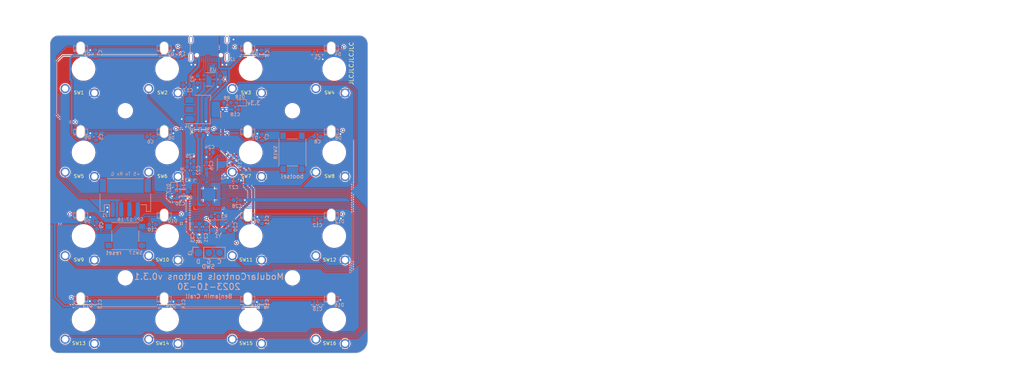
<source format=kicad_pcb>
(kicad_pcb (version 20221018) (generator pcbnew)
  (title_block (title "ModularControls Buttons") (date "2023-10-30") (rev "v0.3.1") (company "Benjamin Crall"))
  (layers (0 "F.Cu" mixed) (31 "B.Cu" mixed) (34 "B.Paste" user) (35 "F.Paste" user) (36 "B.SilkS" user "B.Silkscreen") (37 "F.SilkS" user "F.Silkscreen") (38 "B.Mask" user) (39 "F.Mask" user) (44 "Edge.Cuts" user))
  (net 0 "")
  (net 1 "+5V")
  (net 2 "Net-(D1-DOUT)")
  (net 3 "GND")
  (net 4 "led_data")
  (net 5 "Net-(D2-DOUT)")
  (net 6 "Net-(D3-DOUT)")
  (net 7 "Net-(D4-DOUT)")
  (net 8 "Net-(D5-DOUT)")
  (net 9 "Net-(D6-DOUT)")
  (net 10 "Net-(D7-DOUT)")
  (net 11 "Net-(D8-DOUT)")
  (net 12 "Net-(D10-DIN)")
  (net 13 "Net-(D10-DOUT)")
  (net 14 "Net-(D11-DOUT)")
  (net 15 "Net-(D12-DOUT)")
  (net 16 "tx")
  (net 17 "rx")
  (net 18 "Net-(D13-DOUT)")
  (net 19 "Net-(D14-DOUT)")
  (net 20 "Net-(D15-DOUT)")
  (net 22 "SW1")
  (net 23 "SW2")
  (net 24 "SW3")
  (net 25 "SW4")
  (net 26 "SW5")
  (net 27 "/microcontroller/XR")
  (net 28 "/microcontroller/XIN")
  (net 29 "/microcontroller/AVDD")
  (net 30 "/microcontroller/USB_CC1")
  (net 31 "/microcontroller/USB_DP")
  (net 32 "/microcontroller/USB_DM")
  (net 34 "/microcontroller/USB_CC2")
  (net 36 "SW6")
  (net 37 "SW7")
  (net 38 "SW8")
  (net 39 "SW9")
  (net 40 "SW10")
  (net 41 "SW11")
  (net 42 "SW12")
  (net 43 "SW13")
  (net 44 "SW14")
  (net 45 "SW15")
  (net 46 "SW16")
  (net 48 "/microcontroller/SWDCLK")
  (net 49 "/microcontroller/SWDIO")
  (net 50 "/microcontroller/XOUT")
  (net 51 "/microcontroller/RUN")
  (net 52 "+3V3")
  (net 59 "+1V1")
  (net 64 "Net-(D17-A)")
  (net 65 "Net-(U1-GPIO25)")
  (net 66 "USB_D-")
  (net 67 "USB_D+")
  (net 68 "/microcontroller/QSPI_SD3")
  (net 69 "/microcontroller/QSPI_SCLK")
  (net 70 "/microcontroller/QSPI_SD0")
  (net 71 "/microcontroller/QSPI_SD2")
  (net 72 "/microcontroller/QSPI_SD1")
  (net 73 "/microcontroller/QSPI_CS")
  (net 74 "/microcontroller/USB_PT_D+")
  (net 75 "/microcontroller/USB_PT_D-")
  (net 76 "Net-(D18-A)")
  (footprint "buttons:SW_Gateron_MX_1.00u_Plate" (layer "F.Cu") (at 120 110 180)
    (fp_text reference "SW9")
    (fp_text value "SW_SPST")
  )
  (footprint "buttons:SW_Gateron_MX_1.00u_Plate" (layer "F.Cu") (at 160 130 180)
    (fp_text reference "SW15")
    (fp_text value "SW_SPST")
  )
  (footprint "buttons:SW_Gateron_MX_1.00u_Plate" (layer "F.Cu") (at 140 90 180)
    (fp_text reference "SW6")
    (fp_text value "SW_SPST")
  )
  (footprint "buttons:SW_Gateron_MX_1.00u_Plate" (layer "F.Cu") (at 120 90 180)
    (fp_text reference "SW5")
    (fp_text value "SW_SPST")
  )
  (footprint "MountingHole:MountingHole_3.2mm_M3" (layer "F.Cu") (at 170 80)
    (fp_text reference "H2" hide)
    (fp_text value "MountingHole")
  )
  (footprint "buttons:SW_Gateron_MX_1.00u_Plate" (layer "F.Cu") (at 120 70 180)
    (fp_text reference "SW1")
    (fp_text value "SW_SPST")
  )
  (footprint "buttons:SW_Gateron_MX_1.00u_Plate" (layer "F.Cu") (at 160 90 180)
    (fp_text reference "SW7")
    (fp_text value "SW_SPST")
  )
  (footprint "buttons:SW_Gateron_MX_1.00u_Plate" (layer "F.Cu") (at 140 130 180)
    (fp_text reference "SW14")
    (fp_text value "SW_SPST")
  )
  (footprint "buttons:SW_Gateron_MX_1.00u_Plate" (layer "F.Cu") (at 180 110 180)
    (fp_text reference "SW12")
    (fp_text value "SW_SPST")
  )
  (footprint "MountingHole:MountingHole_3.2mm_M3" (layer "F.Cu") (at 130 120)
    (fp_text reference "H3" hide)
    (fp_text value "MountingHole")
  )
  (footprint "buttons:SW_Gateron_MX_1.00u_Plate" (layer "F.Cu") (at 180 90 180)
    (fp_text reference "SW8")
    (fp_text value "SW_SPST")
  )
  (footprint "buttons:SW_Gateron_MX_1.00u_Plate" (layer "F.Cu") (at 160 110 180)
    (fp_text reference "SW11")
    (fp_text value "SW_SPST")
  )
  (footprint "MountingHole:MountingHole_3.2mm_M3" (layer "F.Cu") (at 130 80)
    (fp_text reference "H1" hide)
    (fp_text value "MountingHole")
  )
  (footprint "buttons:SW_Gateron_MX_1.00u_Plate" (layer "F.Cu") (at 180 130 180)
    (fp_text reference "SW16")
    (fp_text value "SW_SPST")
  )
  (footprint "buttons:SW_Gateron_MX_1.00u_Plate" (layer "F.Cu") (at 180 70 180)
    (fp_text reference "SW4")
    (fp_text value "SW_SPST")
  )
  (footprint "buttons:SW_Gateron_MX_1.00u_Plate" (layer "F.Cu") (at 140 110 180)
    (fp_text reference "SW10")
    (fp_text value "SW_SPST")
  )
  (footprint "MountingHole:MountingHole_3.2mm_M3" (layer "F.Cu") (at 170 120)
    (fp_text reference "H4" hide)
    (fp_text value "MountingHole")
  )
  (footprint "buttons:SW_Gateron_MX_1.00u_Plate" (layer "F.Cu") (at 160 70 180)
    (fp_text reference "SW3")
    (fp_text value "SW_SPST")
  )
  (footprint "buttons:SW_Gateron_MX_1.00u_Plate" (layer "F.Cu") (at 140 70 180)
    (fp_text reference "SW2")
    (fp_text value "SW_SPST")
  )
  (footprint "buttons:SW_Gateron_MX_1.00u_Plate" (layer "F.Cu") (at 120 130 180)
    (fp_text reference "SW13")
    (fp_text value "SW_SPST")
  )
  (footprint "adafruit:Neopixel - Slim Flat - Down" (layer "B.Cu") (at 159.3 65)
    (fp_text reference "D3")
    (fp_text value "WS2812B")
    (fp_line (start -1 -0.5) (end -1 0.5) (stroke (width 0.12)) (layer "Edge.Cuts"))
    (fp_line (start 1 -0.5) (end 1 0.5) (stroke (width 0.12)) (layer "Edge.Cuts"))
    (fp_arc (start -1 -0.5) (mid 0 -1.5) (end 1 -0.5) (stroke (width 0.12)) (layer "Edge.Cuts"))
    (fp_arc (start 1 0.5) (mid 0 1.5) (end -1 0.5) (stroke (width 0.12)) (layer "Edge.Cuts"))
  )
  (footprint "Package_DFN_QFN:QFN-56-1EP_7x7mm_P0.4mm_EP3.2x3.2mm_ThermalVias" (layer "B.Cu") (at 150 100 180)
    (fp_text reference "U1")
    (fp_text value "RP2040")
  )
  (footprint "Connector_PinHeader_2.54mm:PinHeader_1x03_P2.54mm_Vertical" (layer "B.Cu") (at 147.475 114 -90)
    (fp_text reference "J3")
    (fp_text value "Conn_01x03")
  )
  (footprint "Package_SO:TSOP-6_1.65x3.05mm_P0.95mm" (layer "B.Cu") (at 150 72.5 180)
    (fp_text reference "U3")
    (fp_text value "ip4234cz6")
  )
  (footprint "Button_Switch_SMD:SW_Push_1P1T_NO_6x6mm_H9.5mm" (layer "B.Cu") (at 130 110)
    (fp_text reference "SW17")
    (fp_text value "SW_SPST")
  )
  (footprint "Capacitor_SMD:C_0603_1608Metric" (layer "B.Cu") (at 162.7 106.225 90)
    (fp_text reference "C11")
    (fp_text value "10u")
  )
  (footprint "Capacitor_SMD:C_0603_1608Metric" (layer "B.Cu") (at 156.7 101.4)
    (fp_text reference "C28")
    (fp_text value "100n")
  )
  (footprint "adafruit:Neopixel - Slim Flat - Down" (layer "B.Cu") (at 159.3 105)
    (fp_text reference "D11")
    (fp_text value "WS2812B")
    (fp_line (start -1 -0.5) (end -1 0.5) (stroke (width 0.12)) (layer "Edge.Cuts"))
    (fp_line (start 1 -0.5) (end 1 0.5) (stroke (width 0.12)) (layer "Edge.Cuts"))
    (fp_arc (start -1 -0.5) (mid 0 -1.5) (end 1 -0.5) (stroke (width 0.12)) (layer "Edge.Cuts"))
    (fp_arc (start 1 0.5) (mid 0 1.5) (end -1 0.5) (stroke (width 0.12)) (layer "Edge.Cuts"))
  )
  (footprint "Connector_USB:USB_C_Receptacle_Palconn_UTC16-G" (layer "B.Cu") (at 150 65.275)
    (fp_text reference "J2")
    (fp_text value "USB_C_Receptacle_USB2.0")
  )
  (footprint "adafruit:Neopixel - Slim Flat - Down" (layer "B.Cu") (at 119.3 125)
    (fp_text reference "D13")
    (fp_text value "WS2812B")
    (fp_line (start -1 -0.5) (end -1 0.5) (stroke (width 0.12)) (layer "Edge.Cuts"))
    (fp_line (start 1 -0.5) (end 1 0.5) (stroke (width 0.12)) (layer "Edge.Cuts"))
    (fp_arc (start -1 -0.5) (mid 0 -1.5) (end 1 -0.5) (stroke (width 0.12)) (layer "Edge.Cuts"))
    (fp_arc (start 1 0.5) (mid 0 1.5) (end -1 0.5) (stroke (width 0.12)) (layer "Edge.Cuts"))
  )
  (footprint "Capacitor_SMD:C_0603_1608Metric" (layer "B.Cu") (at 144.6 73.8 180)
    (fp_text reference "C17")
    (fp_text value "10u")
  )
  (footprint "Resistor_SMD:R_0603_1608Metric" (layer "B.Cu") (at 147.1 84.875 -90)
    (fp_text reference "R7")
    (fp_text value "22")
  )
  (footprint "adafruit:Neopixel - Slim Flat - Down" (layer "B.Cu") (at 139.3 65)
    (fp_text reference "D2")
    (fp_text value "WS2812B")
    (fp_line (start -1 -0.5) (end -1 0.5) (stroke (width 0.12)) (layer "Edge.Cuts"))
    (fp_line (start 1 -0.5) (end 1 0.5) (stroke (width 0.12)) (layer "Edge.Cuts"))
    (fp_arc (start -1 -0.5) (mid 0 -1.5) (end 1 -0.5) (stroke (width 0.12)) (layer "Edge.Cuts"))
    (fp_arc (start 1 0.5) (mid 0 1.5) (end -1 0.5) (stroke (width 0.12)) (layer "Edge.Cuts"))
  )
  (footprint "Capacitor_SMD:C_0603_1608Metric" (layer "B.Cu") (at 175.975 126.2)
    (fp_text reference "C16")
    (fp_text value "10u")
  )
  (footprint "Capacitor_SMD:C_0603_1608Metric" (layer "B.Cu") (at 142.7 126.275 90)
    (fp_text reference "C14")
    (fp_text value "10u")
  )
  (footprint "adafruit:Neopixel - Slim Flat - Down" (layer "B.Cu") (at 179.3 125)
    (fp_text reference "D16")
    (fp_text value "WS2812B")
    (fp_line (start -1 -0.5) (end -1 0.5) (stroke (width 0.12)) (layer "Edge.Cuts"))
    (fp_line (start 1 -0.5) (end 1 0.5) (stroke (width 0.12)) (layer "Edge.Cuts"))
    (fp_arc (start -1 -0.5) (mid 0 -1.5) (end 1 -0.5) (stroke (width 0.12)) (layer "Edge.Cuts"))
    (fp_arc (start 1 0.5) (mid 0 1.5) (end -1 0.5) (stroke (width 0.12)) (layer "Edge.Cuts"))
  )
  (footprint "Capacitor_SMD:C_0603_1608Metric" (layer "B.Cu") (at 149.3 107.8 -90)
    (fp_text reference "C21")
    (fp_text value "C_XTL")
  )
  (footprint "Capacitor_SMD:C_0603_1608Metric" (layer "B.Cu") (at 142.6 66.425 90)
    (fp_text reference "C2")
    (fp_text value "10u")
  )
  (footprint "Capacitor_SMD:C_0603_1608Metric" (layer "B.Cu") (at 155.9 96.9)
    (fp_text reference "C27")
    (fp_text value "100n")
  )
  (footprint "adafruit:Neopixel - Slim Flat - Down" (layer "B.Cu") (at 179.3 85)
    (fp_text reference "D8")
    (fp_text value "WS2812B")
    (fp_line (start -1 -0.5) (end -1 0.5) (stroke (width 0.12)) (layer "Edge.Cuts"))
    (fp_line (start 1 -0.5) (end 1 0.5) (stroke (width 0.12)) (layer "Edge.Cuts"))
    (fp_arc (start -1 -0.5) (mid 0 -1.5) (end 1 -0.5) (stroke (width 0.12)) (layer "Edge.Cuts"))
    (fp_arc (start 1 0.5) (mid 0 1.5) (end -1 0.5) (stroke (width 0.12)) (layer "Edge.Cuts"))
  )
  (footprint "adafruit:Neopixel - Slim Flat - Down" (layer "B.Cu") (at 139.3 85)
    (fp_text reference "D6")
    (fp_text value "WS2812B")
    (fp_line (start -1 -0.5) (end -1 0.5) (stroke (width 0.12)) (layer "Edge.Cuts"))
    (fp_line (start 1 -0.5) (end 1 0.5) (stroke (width 0.12)) (layer "Edge.Cuts"))
    (fp_arc (start -1 -0.5) (mid 0 -1.5) (end 1 -0.5) (stroke (width 0.12)) (layer "Edge.Cuts"))
    (fp_arc (start 1 0.5) (mid 0 1.5) (end -1 0.5) (stroke (width 0.12)) (layer "Edge.Cuts"))
  )
  (footprint "Capacitor_SMD:C_0603_1608Metric" (layer "B.Cu") (at 162.6 66.3 90)
    (fp_text reference "C3")
    (fp_text value "10u")
  )
  (footprint "adafruit:Neopixel - Slim Flat - Down" (layer "B.Cu") (at 139.3 105)
    (fp_text reference "D10")
    (fp_text value "WS2812B")
    (fp_line (start -1 -0.5) (end -1 0.5) (stroke (width 0.12)) (layer "Edge.Cuts"))
    (fp_line (start 1 -0.5) (end 1 0.5) (stroke (width 0.12)) (layer "Edge.Cuts"))
    (fp_arc (start -1 -0.5) (mid 0 -1.5) (end 1 -0.5) (stroke (width 0.12)) (layer "Edge.Cuts"))
    (fp_arc (start 1 0.5) (mid 0 1.5) (end -1 0.5) (stroke (width 0.12)) (layer "Edge.Cuts"))
  )
  (footprint "Resistor_SMD:R_0603_1608Metric" (layer "B.Cu") (at 144.8 94.3 90)
    (fp_text reference "R4")
    (fp_text value "1")
  )
  (footprint "LED_SMD:LED_0603_1608Metric" (layer "B.Cu") (at 157.48 78.105 180)
    (fp_text reference "D18")
    (fp_text value "LED_GREEN")
  )
  (footprint "Capacitor_SMD:C_0603_1608Metric" (layer "B.Cu") (at 155.1 107.8 90)
    (fp_text reference "C20")
    (fp_text value "C_XTL")
  )
  (footprint "Capacitor_SMD:C_0603_1608Metric" (layer "B.Cu") (at 122.8 66.225 90)
    (fp_text reference "C1")
    (fp_text value "10u")
  )
  (footprint "adafruit:Neopixel - Slim Flat - Down" (layer "B.Cu") (at 179.3 105)
    (fp_text reference "D12")
    (fp_text value "WS2812B")
    (fp_line (start -1 -0.5) (end -1 0.5) (stroke (width 0.12)) (layer "Edge.Cuts"))
    (fp_line (start 1 -0.5) (end 1 0.5) (stroke (width 0.12)) (layer "Edge.Cuts"))
    (fp_arc (start -1 -0.5) (mid 0 -1.5) (end 1 -0.5) (stroke (width 0.12)) (layer "Edge.Cuts"))
    (fp_arc (start 1 0.5) (mid 0 1.5) (end -1 0.5) (stroke (width 0.12)) (layer "Edge.Cuts"))
  )
  (footprint "Capacitor_SMD:C_0603_1608Metric" (layer "B.Cu") (at 145.6 92)
    (fp_text reference "C25")
    (fp_text value "2.2u")
  )
  (footprint "Button_Switch_SMD:SW_Push_1P1T_NO_6x6mm_H9.5mm" (layer "B.Cu") (at 170 90 -90)
    (fp_text reference "SW18")
    (fp_text value "SW_SPST")
  )
  (footprint "Capacitor_SMD:C_0603_1608Metric" (layer "B.Cu") (at 162.7 86.4 90)
    (fp_text reference "C7")
    (fp_text value "10u")
  )
  (footprint "Capacitor_SMD:C_0603_1608Metric" (layer "B.Cu") (at 162.7 126.275 90)
    (fp_text reference "C15")
    (fp_text value "10u")
  )
  (footprint "adafruit:Neopixel - Slim Flat - Down" (layer "B.Cu") (at 119.3 65)
    (fp_text reference "D1")
    (fp_text value "WS2812B")
    (fp_line (start -1 -0.5) (end -1 0.5) (stroke (width 0.12)) (layer "Edge.Cuts"))
    (fp_line (start 1 -0.5) (end 1 0.5) (stroke (width 0.12)) (layer "Edge.Cuts"))
    (fp_arc (start -1 -0.5) (mid 0 -1.5) (end 1 -0.5) (stroke (width 0.12)) (layer "Edge.Cuts"))
    (fp_arc (start 1 0.5) (mid 0 1.5) (end -1 0.5) (stroke (width 0.12)) (layer "Edge.Cuts"))
  )
  (footprint "Capacitor_SMD:C_0603_1608Metric" (layer "B.Cu") (at 176 86.2)
    (fp_text reference "C8")
    (fp_text value "10u")
  )
  (footprint "adafruit:Neopixel - Slim Flat - Down" (layer "B.Cu") (at 179.3 65)
    (fp_text reference "D4")
    (fp_text value "WS2812B")
    (fp_line (start -1 -0.5) (end -1 0.5) (stroke (width 0.12)) (layer "Edge.Cuts"))
    (fp_line (start 1 -0.5) (end 1 0.5) (stroke (width 0.12)) (layer "Edge.Cuts"))
    (fp_arc (start -1 -0.5) (mid 0 -1.5) (end 1 -0.5) (stroke (width 0.12)) (layer "Edge.Cuts"))
    (fp_arc (start 1 0.5) (mid 0 1.5) (end -1 0.5) (stroke (width 0.12)) (layer "Edge.Cuts"))
  )
  (footprint "Capacitor_SMD:C_0603_1608Metric" (layer "B.Cu") (at 147.7 107.8 -90)
    (fp_text reference "C29")
    (fp_text value "100n")
  )
  (footprint "adafruit:Neopixel - Slim Flat - Down" (layer "B.Cu") (at 119.3 85)
    (fp_text reference "D5")
    (fp_text value "WS2812B")
    (fp_line (start -1 -0.5) (end -1 0.5) (stroke (width 0.12)) (layer "Edge.Cuts"))
    (fp_line (start 1 -0.5) (end 1 0.5) (stroke (width 0.12)) (layer "Edge.Cuts"))
    (fp_arc (start -1 -0.5) (mid 0 -1.5) (end 1 -0.5) (stroke (width 0.12)) (layer "Edge.Cuts"))
    (fp_arc (start 1 0.5) (mid 0 1.5) (end -1 0.5) (stroke (width 0.12)) (layer "Edge.Cuts"))
  )
  (footprint "Capacitor_SMD:C_0603_1608Metric" (layer "B.Cu") (at 156.1 91.6 -90)
    (fp_text reference "C19")
    (fp_text value "10u")
  )
  (footprint "Capacitor_SMD:C_0603_1608Metric" (layer "B.Cu") (at 150.2 89.9 180)
    (fp_text reference "C24")
    (fp_text value "100n")
  )
  (footprint "Package_TO_SOT_SMD:SOT-223-3_TabPin2" (layer "B.Cu") (at 148.5 79.7)
    (fp_text reference "U4")
    (fp_text value "AMS1117-3.3")
  )
  (footprint "LED_SMD:LED_0603_1608Metric" (layer "B.Cu") (at 141.65 98.65 -90)
    (fp_text reference "D17")
    (fp_text value "LED_GREEN")
  )
  (footprint "raspi:8-UFDFN" (layer "B.Cu") (at 153.2 92.9 90)
    (fp_text reference "U2")
    (fp_text value "~")
  )
  (footprint "adafruit:Neopixel - Slim Flat - Down" (layer "B.Cu") (at 139.3 125)
    (fp_text reference "D14")
    (fp_text value "WS2812B")
    (fp_line (start -1 -0.5) (end -1 0.5) (stroke (width 0.12)) (layer "Edge.Cuts"))
    (fp_line (start 1 -0.5) (end 1 0.5) (stroke (width 0.12)) (layer "Edge.Cuts"))
    (fp_arc (start -1 -0.5) (mid 0 -1.5) (end 1 -0.5) (stroke (width 0.12)) (layer "Edge.Cuts"))
    (fp_arc (start 1 0.5) (mid 0 1.5) (end -1 0.5) (stroke (width 0.12)) (layer "Edge.Cuts"))
  )
  (footprint "Capacitor_SMD:C_0603_1608Metric" (layer "B.Cu") (at 146.1 107.8 -90)
    (fp_text reference "C23")
    (fp_text value "100n")
  )
  (footprint "adafruit:Neopixel - Slim Flat - Down" (layer "B.Cu") (at 159.3 125)
    (fp_text reference "D15")
    (fp_text value "WS2812B")
    (fp_line (start -1 -0.5) (end -1 0.5) (stroke (width 0.12)) (layer "Edge.Cuts"))
    (fp_line (start 1 -0.5) (end 1 0.5) (stroke (width 0.12)) (layer "Edge.Cuts"))
    (fp_arc (start -1 -0.5) (mid 0 -1.5) (end 1 -0.5) (stroke (width 0.12)) (layer "Edge.Cuts"))
    (fp_arc (start 1 0.5) (mid 0 1.5) (end -1 0.5) (stroke (width 0.12)) (layer "Edge.Cuts"))
  )
  (footprint "Resistor_SMD:R_0603_1608Metric" (layer "B.Cu") (at 147.3 72.5 -90)
    (fp_text reference "R2")
    (fp_text value "5k1")
  )
  (footprint "Capacitor_SMD:C_0603_1608Metric" (layer "B.Cu") (at 149.4 93.1 90)
    (fp_text reference "C26")
    (fp_text value "100n")
  )
  (footprint "Capacitor_SMD:C_0603_1608Metric" (layer "B.Cu") (at 136.5 107.25)
    (fp_text reference "C10")
    (fp_text value "10u")
  )
  (footprint "Capacitor_SMD:C_0603_1608Metric" (layer "B.Cu") (at 136 86.2)
    (fp_text reference "C6")
    (fp_text value "10u")
  )
  (footprint "Capacitor_SMD:C_0603_1608Metric" (layer "B.Cu") (at 144 97.85 180)
    (fp_text reference "C31")
    (fp_text value "100n")
  )
  (footprint "Capacitor_SMD:C_0603_1608Metric" (layer "B.Cu") (at 123 86.25 90)
    (fp_text reference "C5")
    (fp_text value "10u")
  )
  (footprint "Capacitor_SMD:C_0603_1608Metric" (layer "B.Cu") (at 143.1 100.95 180)
    (fp_text reference "C30")
    (fp_text value "100n")
  )
  (footprint "Capacitor_SMD:C_0603_1608Metric" (layer "B.Cu") (at 175.975 106.2)
    (fp_text reference "C12")
    (fp_text value "10u")
  )
  (footprint "Resistor_SMD:R_0603_1608Metric" (layer "B.Cu") (at 152.7 72.5 -90)
    (fp_text reference "R1")
    (fp_text value "5k1")
  )
  (footprint "Resistor_SMD:R_0603_1608Metric" (layer "B.Cu") (at 148.65 84.875 -90)
    (fp_text reference "R6")
    (fp_text value "22")
  )
  (footprint "Connector_JST:JST_PH_S4B-PH-SM4-TB_1x04-1MP_P2.00mm_Horizontal" (layer "B.Cu") (at 130 100.8)
    (fp_text reference "J1")
    (fp_text value "Conn_01x04")
  )
  (footprint "Crystal:Crystal_SMD_3225-4Pin_3.2x2.5mm" (layer "B.Cu") (at 152.2 107.8)
    (fp_text reference "Y1")
    (fp_text value "12MHz")
  )
  (footprint "Capacitor_SMD:C_0603_1608Metric" (layer "B.Cu") (at 122.7 126.3 90)
    (fp_text reference "C13")
    (fp_text value "10u")
  )
  (footprint "Resistor_SMD:R_0603_1608Metric" (layer "B.Cu") (at 151.4 105.3 180)
    (fp_text reference "R3")
    (fp_text value "R")
  )
  (footprint "Capacitor_SMD:C_0603_1608Metric" (layer "B.Cu") (at 175.975 66.2)
    (fp_text reference "C4")
    (fp_text value "10u")
  )
  (footprint "Capacitor_SMD:C_0603_1608Metric" (layer "B.Cu") (at 146.4 94.3 90)
    (fp_text reference "C22")
    (fp_text value "2.2u")
  )
  (footprint "Resistor_SMD:R_0603_1608Metric" (layer "B.Cu") (at 154.415 78.105)
    (fp_text reference "R8")
    (fp_text value "470")
  )
  (footprint "Capacitor_SMD:C_0603_1608Metric" (layer "B.Cu") (at 156.275 79.7)
    (fp_text reference "C18")
    (fp_text value "22u")
  )
  (footprint "Resistor_SMD:R_0603_1608Metric" (layer "B.Cu") (at 144 99.4 180)
    (fp_text reference "R5")
    (fp_text value "470")
  )
  (footprint "adafruit:Neopixel - Slim Flat - Down" (layer "B.Cu") (at 119.3 105)
    (fp_text reference "D9")
    (fp_text value "WS2812B")
    (fp_line (start -1 -0.5) (end -1 0.5) (stroke (width 0.12)) (layer "Edge.Cuts"))
    (fp_line (start 1 -0.5) (end 1 0.5) (stroke (width 0.12)) (layer "Edge.Cuts"))
    (fp_arc (start -1 -0.5) (mid 0 -1.5) (end 1 -0.5) (stroke (width 0.12)) (layer "Edge.Cuts"))
    (fp_arc (start 1 0.5) (mid 0 1.5) (end -1 0.5) (stroke (width 0.12)) (layer "Edge.Cuts"))
  )
  (footprint "Capacitor_SMD:C_0603_1608Metric" (layer "B.Cu") (at 123.2 107.45 90)
    (fp_text reference "C9")
    (fp_text value "10u")
  )
  (footprint "adafruit:Neopixel - Slim Flat - Down" (layer "B.Cu") (at 159.3 85)
    (fp_text reference "D7")
    (fp_text value "WS2812B")
    (fp_line (start -1 -0.5) (end -1 0.5) (stroke (width 0.12)) (layer "Edge.Cuts"))
    (fp_line (start 1 -0.5) (end 1 0.5) (stroke (width 0.12)) (layer "Edge.Cuts"))
    (fp_arc (start -1 -0.5) (mid 0 -1.5) (end 1 -0.5) (stroke (width 0.12)) (layer "Edge.Cuts"))
    (fp_arc (start 1 0.5) (mid 0 1.5) (end -1 0.5) (stroke (width 0.12)) (layer "Edge.Cuts"))
  )
  (gr_line (start 112 64) (end 112 136) (stroke (width 0.1)) (layer "Edge.Cuts"))
  (gr_line (start 186 62) (end 114 62) (stroke (width 0.1)) (layer "Edge.Cuts"))
  (gr_arc (start 188 135) (mid 187.12132 137.12132) (end 185 138) (stroke (width 0.1)) (layer "Edge.Cuts"))
  (gr_arc (start 186 62) (mid 187.414214 62.585786) (end 188 64) (stroke (width 0.1)) (layer "Edge.Cuts"))
  (gr_line (start 114 138) (end 185 138) (stroke (width 0.1)) (layer "Edge.Cuts"))
  (gr_arc (start 114 138) (mid 112.585786 137.414214) (end 112 136) (stroke (width 0.1)) (layer "Edge.Cuts"))
  (gr_arc (start 112 64) (mid 112.585786 62.585786) (end 114 62) (stroke (width 0.1)) (layer "Edge.Cuts"))
  (gr_line (start 188 135) (end 188 64) (stroke (width 0.1)) (layer "Edge.Cuts"))
  (gr_text "${TITLE} ${REVISION}\n${ISSUE_DATE}" (at 150 123) (layer "B.SilkS") (effects (font (size 1.5 1.5) (thickness 0.2)) (justify bottom mirror)))
  (gr_text "SWD" (at 151.5 117.9) (layer "B.SilkS") (effects (font (size 1 1)) (justify left bottom mirror)))
  (gr_text "C  G  D" (at 153.1 116.7) (layer "B.SilkS") (effects (font (size 1 1)) (justify left bottom mirror)))
  (gr_text "bootsel" (at 172.8 96.3) (layer "B.SilkS") (effects (font (size 1 1)) (justify left bottom mirror)))
  (gr_text "reset" (at 129.2 114.6) (layer "B.SilkS") (effects (font (size 1 1)) (justify left bottom mirror)))
  (gr_text "+5 Tx Rx G" (at 133.7 95.6) (layer "B.SilkS") (effects (font (size 0.8 0.8) (thickness 0.1)) (justify left bottom mirror)))
  (gr_text "GP: 17 16" (at 134.4 106.5) (layer "B.SilkS") (effects (font (size 0.8 0.8) (thickness 0.1)) (justify left bottom mirror)))
  (gr_text "${COMPANY}" (at 150 125) (layer "B.SilkS") (effects (font (size 1 1)) (justify bottom mirror)))
  (gr_text "3.3v" (at 162.433 78.74) (layer "B.SilkS") (effects (font (size 1 1)) (justify left bottom mirror)))
  (gr_text "JLCJLCJLCJLC" (at 184.7 73.95 90) (layer "F.SilkS") (effects (font (size 1 1)) (justify left bottom)))
  (segment (start 160.602593 106.602593) (end 160.602593 98.802593) (width 0.5) (layer "F.Cu") (net 1))
  (segment (start 160.602593 98.802593) (end 159.5 97.7) (width 0.5) (layer "F.Cu") (net 1))
  (segment (start 159.5 94.2) (end 154.4 89.1) (width 0.5) (layer "F.Cu") (net 1))
  (segment (start 154.4 89.1) (end 154.4 85.4) (width 0.5) (layer "F.Cu") (net 1))
  (segment (start 159.5 97.7) (end 159.5 94.2) (width 0.5) (layer "F.Cu") (net 1))
  (via (at 160.602593 106.602593) (size 0.8) (drill 0.4) (layers "F.Cu" "B.Cu") (net 1))
  (via (at 154.4 85.4) (size 0.8) (drill 0.4) (layers "F.Cu" "B.Cu") (net 1))
  (segment (start 157.95 105.85) (end 157.95 105.3) (width 0.2) (layer "B.Cu") (net 1))
  (segment (start 117.95 106.7) (end 113.1 106.7) (width 0.5) (layer "B.Cu") (net 1))
  (segment (start 113.1 124.6) (end 115.252593 126.752593) (width 0.5) (layer "B.Cu") (net 1))
  (segment (start 161.2 86.9) (end 161.475 87.175) (width 0.2) (layer "B.Cu") (net 1))
  (segment (start 125.33137 106.2) (end 131.978681 106.2) (width 1) (layer "B.Cu") (net 1))
  (segment (start 135.725 107.25) (end 135.725 105.325) (width 0.2) (layer "B.Cu") (net 1))
  (segment (start 121.05 106.7) (end 122.575 108.225) (width 0.2) (layer "B.Cu") (net 1))
  (segment (start 147.9 65.9) (end 144.8 65.9) (width 0.2) (layer "B.Cu") (net 1))
  (segment (start 120.73137 101.6) (end 125.33137 106.2) (width 1) (layer "B.Cu") (net 1))
  (segment (start 158.244814 127.05) (end 163.45 127.05) (width 0.2) (layer "B.Cu") (net 1))
  (segment (start 175.225 86.2) (end 175.225 85.575) (width 0.2) (layer "B.Cu") (net 1))
  (segment (start 116.8 67.5) (end 117.5 66.8) (width 0.5) (layer "B.Cu") (net 1))
  (segment (start 152.7 69.9) (end 155.1 69.9) (width 0.5) (layer "B.Cu") (net 1))
  (segment (start 161.425 67.075) (end 163.225 67.075) (width 0.2) (layer "B.Cu") (net 1))
  (segment (start 117.15 85.3) (end 117.15 85.75) (width 0.2) (layer "B.Cu") (net 1))
  (segment (start 141.184062 126.8) (end 141.434062 127.05) (width 0.5) (layer "B.Cu") (net 1))
  (segment (start 135.225 85.325) (end 135.2 85.3) (width 0.2) (layer "B.Cu") (net 1))
  (segment (start 154.8 72.802082) (end 154.8 69.9) (width 0.5) (layer "B.Cu") (net 1))
  (segment (start 121.184062 66.8) (end 118 66.8) (width 0.5) (layer "B.Cu") (net 1))
  (segment (start 165.2 125.3) (end 175.2 125.3) (width 0.2) (layer "B.Cu") (net 1))
  (segment (start 117.95 85.3) (end 117.15 85.3) (width 0.2) (layer "B.Cu") (net 1))
  (segment (start 175.2 66.2) (end 175.2 65.3) (width 0.2) (layer "B.Cu") (net 1))
  (segment (start 175.2 105.3) (end 177.95 105.3) (width 0.2) (layer "B.Cu") (net 1))
  (segment (start 175.225 85.575) (end 175.5 85.3) (width 0.2) (layer "B.Cu") (net 1))
  (segment (start 137.952593 126.8) (end 141.184062 126.8) (width 0.5) (layer "B.Cu") (net 1))
  (segment (start 137.95 66.75) (end 137.9 66.8) (width 0.2) (layer "B.Cu") (net 1))
  (segment (start 122.575 108.225) (end 123.2 108.225) (width 0.2) (layer "B.Cu") (net 1))
  (segment (start 117.15 72.85) (end 116.8 72.5) (width 0.5) (layer "B.Cu") (net 1))
  (segment (start 147.6 67.785) (end 147.6 69.4) (width 0.5) (layer "B.Cu") (net 1))
  (segment (start 145.35 71.65) (end 145.35 77.4) (width 0.5) (layer "B.Cu") (net 1))
  (segment (start 117.95 125.3) (end 117.95 126.702593) (width 0.2) (layer "B.Cu") (net 1))
  (segment (start 117.95 65.3) (end 117.95 66.75) (width 0.2) (layer "B.Cu") (net 1))
  (segment (start 156.9 85.3) (end 157.95 85.3) (width 0.2) (layer "B.Cu") (net 1))
  (segment (start 135.725 105.325) (end 135.75 105.3) (width 0.2) (layer "B.Cu") (net 1))
  (segment (start 135.2 85.3) (end 137.95 85.3) (width 0.2) (layer "B.Cu") (net 1))
  (segment (start 165.2 105.3) (end 175.2 105.3) (width 0.2) (layer "B.Cu") (net 1))
  (segment (start 141.584062 67.2) (end 141.184062 66.8) (width 0.5) (layer "B.Cu") (net 1))
  (segment (start 137.95 126.802593) (end 137.95 125.3) (width 0.2) (layer "B.Cu") (net 1))
  (segment (start 116.8 72.5) (end 116.8 67.5) (width 0.5) (layer "B.Cu") (net 1))
  (segment (start 175.5 85.3) (end 177.95 85.3) (width 0.2) (layer "B.Cu") (net 1))
  (segment (start 157.947407 126.752593) (end 158.244814 127.05) (width 0.2) (layer "B.Cu") (net 1))
  (segment (start 157.95 126.75) (end 157.947407 126.752593) (width 0.2) (layer "B.Cu") (net 1))
  (segment (start 165 65.3) (end 175.2 65.3) (width 0.2) (layer "B.Cu") (net 1))
  (segment (start 143.5 67.2) (end 142.6 67.2) (width 0.5) (layer "B.Cu") (net 1))
  (segment (start 163.225 67.075) (end 165 65.3) (width 0.2) (layer "B.Cu") (net 1))
  (segment (start 137.7 67) (end 121.384062 67) (width 0.5) (layer "B.Cu") (net 1))
  (segment (start 147.6 67.785) (end 147.6 67.205) (width 0.2) (layer "B.Cu") (net 1))
  (segment (start 150.2 84.502082) (end 150.2 77.402082) (width 0.5) (layer "B.Cu") (net 1))
  (segment (start 117.15 85.75) (end 118.425 87.025) (width 0.2) (layer "B.Cu") (net 1))
  (segment (start 158.3 86.9) (end 161.2 86.9) (width 0.2) (layer "B.Cu") (net 1))
  (segment (start 148.3 66.505) (end 148.3 66.3) (width 0.2) (layer "B.Cu") (net 1))
  (segment (start 117.5 66.8) (end 118 66.8) (width 0.5) (layer "B.Cu") (net 1))
  (segment (start 116.4 101.6) (end 120.73137 101.6) (width 1) (layer "B.Cu") (net 1))
  (segment (start 135.75 105.3) (end 137.95 105.3) (width 0.2) (layer "B.Cu") (net 1))
  (segment (start 152.4 69.6) (end 152.7 69.9) (width 0.5) (layer "B.Cu") (net 1))
  (segment (start 161.402593 106.602593) (end 161.8 107) (width 0.2) (layer "B.Cu") (net 1))
  (segment (start 152.4 67.785) (end 152.4 69.6) (width 0.5) (layer "B.Cu") (net 1))
  (segment (start 117.95 66.75) (end 118 66.8) (width 0.2) (layer "B.Cu") (net 1))
  (segment (start 117.95 106.7) (end 121.05 106.7) (width 0.2) (layer "B.Cu") (net 1))
  (segment (start 142.6 67.2) (end 141.584062 67.2) (width 0.5) (layer "B.Cu") (net 1))
  (segment (start 115.252593 126.752593) (end 118 126.752593) (width 0.5) (layer "B.Cu") (net 1))
  (segment (start 162.7 107) (end 163.5 107) (width 0.2) (layer "B.Cu") (net 1))
  (segment (start 123.2 108.225) (end 123.2 108.8) (width 0.2) (layer "B.Cu") (net 1))
  (segment (start 144.8 65.9) (end 144.3 66.4) (width 0.2) (layer "B.Cu") (net 1))
  (segment (start 121.384062 67) (end 121.184062 66.8) (width 0.5) (layer "B.Cu") (net 1))
  (segment (start 133 105.178681) (end 133 103.65) (width 1) (layer "B.Cu") (net 1))
  (segment (start 154.4 85.4) (end 151.097918 85.4) (width 0.5) (layer "B.Cu") (net 1))
  (segment (start 150.2 77.402082) (end 154.8 72.802082) (width 0.5) (layer "B.Cu") (net 1))
  (segment (start 123.2 108.8) (end 123.5 109.1) (width 0.2) (layer "B.Cu") (net 1))
  (segment (start 161.15 66.8) (end 161.425 67.075) (width 0.2) (layer "B.Cu") (net 1))
  (segment (start 117.95 106.7) (end 117.95 105.3) (width 0.2) (layer "B.Cu") (net 1))
  (segment (start 160.602593 106.602593) (end 158.702593 106.602593) (width 0.2) (layer "B.Cu") (net 1))
  (segment (start 157.65 127.05) (end 157.947407 126.752593) (width 0.5) (layer "B.Cu") (net 1))
  (segment (start 158.2 66.8) (end 155.1 69.9) (width 0.5) (layer "B.Cu") (net 1))
  (segment (start 156.8 85.4) (end 158.3 86.9) (width 0.2) (layer "B.Cu") (net 1))
  (segment (start 113.1 104.9) (end 113.1 106.7) (width 0.2) (layer "B.Cu") (net 1))
  (segment (start 174.3 86.2) (end 175.225 86.2) (width 0.2) (layer "B.Cu") (net 1))
  (segment (start 147.6 67.205) (end 148.3 66.505) (width 0.2) (layer "B.Cu") (net 1))
  (segment (start 158.702593 106.602593) (end 157.95 105.85) (width 0.2) (layer "B.Cu") (net 1))
  (segment (start 147.6 69.4) (end 145.35 71.65) (width 0.5) (layer "B.Cu") (net 1))
  (segment (start 161.475 87.175) (end 173.325 87.175) (width 0.2) (layer "B.Cu") (net 1))
  (segment (start 123.675 87.025) (end 125.4 85.3) (width 0.2) (layer "B.Cu") (net 1))
  (segment (start 173.325 87.175) (end 174.3 86.2) (width 0.2) (layer "B.Cu") (net 1))
  (segment (start 113.1 106.7) (end 113.1 124.6) (width 0.5) (layer "B.Cu") (net 1))
  (segment (start 141.184062 66.8) (end 137.9 66.8) (width 0.5) (layer "B.Cu") (net 1))
  (segment (start 175.2 65.3) (end 177.95 65.3) (width 0.2) (layer "B.Cu") (net 1))
  (segment (start 158.2 66.8) (end 157.95 66.55) (width 0.2) (layer "B.Cu") (net 1))
  (segment (start 113.1 104.9) (end 116.4 101.6) (width 1) (layer "B.Cu") (net 1))
  (segment (start 144.3 66.4) (end 143.5 67.2) (width 0.5) (layer "B.Cu") (net 1))
  (segment (start 135.225 86.2) (end 135.225 85.325) (width 0.2) (layer "B.Cu") (net 1))
  (segment (start 163.5 107) (end 165.2 105.3) (width 0.2) (layer "B.Cu") (net 1))
  (segment (start 137.677593 127.075) (end 121.459062 127.075) (width 0.5) (layer "B.Cu") (net 1))
  (segment (start 132.475736 107.4) (end 134.575736 105.3) (width 0.2) (layer "B.Cu") (net 1))
  (segment (start 137.95 65.3) (end 137.95 66.75) (width 0.2) (layer "B.Cu") (net 1))
  (segment (start 128.78995 107.4) (end 132.475736 107.4) (width 0.2) (layer "B.Cu") (net 1))
  (segment (start 118.425 87.025) (end 123.675 87.025) (width 0.2) (layer "B.Cu") (net 1))
  (segment (start 175.2 106.2) (end 175.2 105.3) (width 0.2) (layer "B.Cu") (net 1))
  (segment (start 175.2 125.3) (end 177.95 125.3) (width 0.2) (layer "B.Cu") (net 1))
  (segment (start 145.35 72.5) (end 148.84 72.5) (width 0.2) (layer "B.Cu") (net 1))
  (segment (start 117.95 126.702593) (end 118 126.752593) (width 0.2) (layer "B.Cu") (net 1))
  (segment (start 131.978681 106.2) (end 133 105.178681) (width 1) (layer "B.Cu") (net 1))
  (segment (start 127.08995 109.1) (end 128.78995 107.4) (width 0.2) (layer "B.Cu") (net 1))
  (segment (start 134.575736 105.3) (end 135.75 105.3) (width 0.2) (layer "B.Cu") (net 1))
  (segment (start 158.2 66.8) (end 161.15 66.8) (width 0.2) (layer "B.Cu") (net 1))
  (segment (start 137.677593 127.075) (end 137.95 126.802593) (width 0.2) (layer "B.Cu") (net 1))
  (segment (start 137.9 66.8) (end 137.7 67) (width 0.5) (layer "B.Cu") (net 1))
  (segment (start 125.4 85.3) (end 135.2 85.3) (width 0.2) (layer "B.Cu") (net 1))
  (segment (start 148.3 66.3) (end 147.9 65.9) (width 0.2) (layer "B.Cu") (net 1))
  (segment (start 121.459062 127.075) (end 121.136655 126.752593) (width 0.5) (layer "B.Cu") (net 1))
  (segment (start 151.097918 85.4) (end 150.2 84.502082) (width 0.5) (layer "B.Cu") (net 1))
  (segment (start 117.15 85.25) (end 117.15 72.85) (width 0.5) (layer "B.Cu") (net 1))
  (segment (start 141.434062 127.05) (end 157.65 127.05) (width 0.5) (layer "B.Cu") (net 1))
  (segment (start 157.95 125.3) (end 157.95 126.75) (width 0.2) (layer "B.Cu") (net 1))
  (segment (start 175.2 126.2) (end 175.2 125.3) (width 0.2) (layer "B.Cu") (net 1))
  (segment (start 123.5 109.1) (end 127.08995 109.1) (width 0.2) (layer "B.Cu") (net 1))
  (segment (start 121.136655 126.752593) (end 118 126.752593) (width 0.5) (layer "B.Cu") (net 1))
  (segment (start 157.95 66.55) (end 157.95 65.3) (width 0.2) (layer "B.Cu") (net 1))
  (segment (start 161.8 107) (end 162.7 107) (width 0.2) (layer "B.Cu") (net 1))
  (segment (start 160.602593 106.602593) (end 161.402593 106.602593) (width 0.2) (layer "B.Cu") (net 1))
  (segment (start 137.677593 127.075) (end 137.952593 126.8) (width 0.5) (layer "B.Cu") (net 1))
  (segment (start 156.8 85.4) (end 156.9 85.3) (width 0.2) (layer "B.Cu") (net 1))
  (segment (start 163.45 127.05) (end 165.2 125.3) (width 0.2) (layer "B.Cu") (net 1))
  (segment (start 156.8 85.4) (end 154.4 85.4) (width 0.5) (layer "B.Cu") (net 1))
  (segment (start 120.65 64.7) (end 137.95 64.7) (width 0.2) (layer "B.Cu") (net 2))
  (via (at 143.5 82) (size 0.8) (drill 0.4) (layers "F.Cu" "B.Cu") (net 3))
  (via (at 161.6 85.5) (size 0.8) (drill 0.4) (layers "F.Cu" "B.Cu") (net 3))
  (via (at 149.7245 85.842164) (size 0.8) (drill 0.4) (layers "F.Cu" "B.Cu") (net 3))
  (via (at 121.6 65.5) (size 0.8) (drill 0.4) (layers "F.Cu" "B.Cu") (net 3))
  (via (at 141.6 65.6) (size 0.8) (drill 0.4) (layers "F.Cu" "B.Cu") (net 3))
  (via (at 181.6 105.8) (size 0.8) (drill 0.4) (layers "F.Cu" "B.Cu") (net 3))
  (via (at 141.5 125.7) (size 0.8) (drill 0.4) (layers "F.Cu" "B.Cu") (net 3))
  (via (at 147.7 109.7) (size 0.8) (drill 0.4) (layers "F.Cu" "B.Cu") (net 3))
  (via (at 153.9 72.5) (size 0.8) (drill 0.4) (layers "F.Cu" "B.Cu") (net 3))
  (via (at 181.5 85.6) (size 0.8) (drill 0.4) (layers "F.Cu" "B.Cu") (net 3))
  (via (at 141.5 85.4) (size 0.8) (drill 0.4) (layers "F.Cu" "B.Cu") (net 3))
  (via (at 146.4 90.9) (size 0.8) (drill 0.4) (layers "F.Cu" "B.Cu") (net 3))
  (via (at 141.208836 100.491164) (size 0.8) (drill 0.4) (layers "F.Cu" "B.Cu") (net 3))
  (via (at 141.8 105.6) (size 0.8) (drill 0.4) (layers "F.Cu" "B.Cu") (net 3))
  (via (at 153.3 104.5) (size 0.8) (drill 0.4) (layers "F.Cu" "B.Cu") (net 3))
  (via (at 125.7 103.2) (size 0.8) (drill 0.4) (layers "F.Cu" "B.Cu") (net 3))
  (via (at 161.5 65.5) (size 0.8) (drill 0.4) (layers "F.Cu" "B.Cu") (net 3))
  (via (at 161.5 125.8) (size 0.8) (drill 0.4) (layers "F.Cu" "B.Cu") (net 3))
  (via (at 158.6 101.4) (size 0.8) (drill 0.4) (layers "F.Cu" "B.Cu") (net 3))
  (via (at 146.7 69) (size 0.8) (drill 0.4) (layers "F.Cu" "B.Cu") (net 3))
  (via (at 149.4 91.1) (size 0.8) (drill 0.4) (layers "F.Cu" "B.Cu") (net 3))
  (via (at 161.6 105.4) (size 0.8) (drill 0.4) (layers "F.Cu" "B.Cu") (net 3))
  (via (at 125.7 104.2) (size 0.8) (drill 0.4) (layers "F.Cu" "B.Cu") (net 3))
  (via (at 145.95 85.1) (size 0.8) (drill 0.4) (layers "F.Cu" "B.Cu") (net 3))
  (via (at 121.6 85.4) (size 0.8) (drill 0.4) (layers "F.Cu" "B.Cu") (net 3))
  (via (at 181.5 125.3) (size 0.8) (drill 0.4) (layers "F.Cu" "B.Cu") (net 3))
  (via (at 147.3 74.5) (size 0.8) (drill 0.4) (layers "F.Cu" "B.Cu") (net 3))
  (via (at 154.2 69) (size 0.8) (drill 0.4) (layers "F.Cu" "B.Cu") (net 3))
  (via (at 152.1 74.3) (size 0.8) (drill 0.4) (layers "F.Cu" "B.Cu") (net 3))
  (via (at 157.7 96.7) (size 0.8) (drill 0.4) (layers "F.Cu" "B.Cu") (net 3))
  (via (at 155.9 62.95) (size 0.8) (drill 0.4) (layers "F.Cu" "B.Cu") (net 3))
  (via (at 177.25 67.7) (size 0.8) (drill 0.4) (layers "F.Cu" "B.Cu") (net 3))
  (via (at 149.3 82.55) (size 0.8) (drill 0.4) (layers "F.Cu" "B.Cu") (net 3))
  (via (at 154.9 92.5) (size 0.8) (drill 0.4) (layers "F.Cu" "B.Cu") (net 3))
  (via (at 145.8 69) (size 0.8) (drill 0.4) (layers "F.Cu" "B.Cu") (net 3))
  (via (at 145.95 83.55) (size 0.8) (drill 0.4) (layers "F.Cu" "B.Cu") (net 3))
  (via (at 121.5 125.6) (size 0.8) (drill 0.4) (layers "F.Cu" "B.Cu") (net 3))
  (via (at 153.2495 69) (size 0.8) (drill 0.4) (layers "F.Cu" "B.Cu") (net 3))
  (via (at 121.6 105.5) (size 0.8) (drill 0.4) (layers "F.Cu" "B.Cu") (net 3))
  (segment (start 152.45 93.55) (end 153.5 92.5) (width 0.2) (layer "B.Cu") (net 3))
  (segment (start 151.530026 104.5) (end 151 103.969974) (width 0.2) (layer "B.Cu") (net 3))
  (segment (start 153.9 72.5) (end 153.65 72.5) (width 0.5) (layer "B.Cu") (net 3))
  (segment (start 151 102.8) (end 150 101.8) (width 0.2) (layer "B.Cu") (net 3))
  (segment (start 150 101.8) (end 150 100) (width 0.2) (layer "B.Cu") (net 3))
  (segment (start 153.5 92.5) (end 154.9 92.5) (width 0.2) (layer "B.Cu") (net 3))
  (segment (start 152.7 72.525) (end 152.7 73.325) (width 0.5) (layer "B.Cu") (net 3))
  (segment (start 152.45 94.1) (end 152.45 93.55) (width 0.2) (layer "B.Cu") (net 3))
  (segment (start 151.185 72.525) (end 152.7 72.525) (width 0.5) (layer "B.Cu") (net 3))
  (segment (start 151 103.969974) (end 151 103.4375) (width 0.2) (layer "B.Cu") (net 3))
  (segment (start 153.3 104.5) (end 153.3 106.75) (width 0.2) (layer "B.Cu") (net 3))
  (segment (start 151.16 72.5) (end 151.185 72.525) (width 0.5) (layer "B.Cu") (net 3))
  (segment (start 153.9 72.5) (end 153.875 72.525) (width 0.5) (layer "B.Cu") (net 3))
  (segment (start 153.875 72.525) (end 152.7 72.525) (width 0.5) (layer "B.Cu") (net 3))
  (segment (start 153.3 104.5) (end 151.530026 104.5) (width 0.2) (layer "B.Cu") (net 3))
  (segment (start 151 103.4375) (end 151 102.8) (width 0.2) (layer "B.Cu") (net 3))
  (segment (start 153.65 72.5) (end 153.625 72.525) (width 0.5) (layer "B.Cu") (net 3))
  (segment (start 118.934316 100.8) (end 113.7 95.565685) (width 0.2) (layer "B.Cu") (net 4))
  (segment (start 146.5625 102.6) (end 146 102.6) (width 0.2) (layer "B.Cu") (net 4))
  (segment (start 145.45 103.15) (end 141.181372 103.15) (width 0.2) (layer "B.Cu") (net 4))
  (segment (start 113.7 95.565685) (end 113.7 67) (width 0.2) (layer "B.Cu") (net 4))
  (segment (start 138.831372 100.8) (end 118.934316 100.8) (width 0.2) (layer "B.Cu") (net 4))
  (segment (start 146 102.6) (end 145.45 103.15) (width 0.2) (layer "B.Cu") (net 4))
  (segment (start 113.7 67) (end 116 64.7) (width 0.2) (layer "B.Cu") (net 4))
  (segment (start 116 64.7) (end 117.95 64.7) (width 0.2) (layer "B.Cu") (net 4))
  (segment (start 141.181372 103.15) (end 138.831372 100.8) (width 0.2) (layer "B.Cu") (net 4))
  (segment (start 142.551012 64.6005) (end 142.650512 64.7) (width 0.2) (layer "F.Cu") (net 5))
  (segment (start 142.650512 64.7) (end 156.2 64.7) (width 0.2) (layer "F.Cu") (net 5))
  (via (at 156.2 64.7) (size 0.8) (drill 0.4) (layers "F.Cu" "B.Cu") (net 5))
  (via (at 142.551012 64.6005) (size 0.8) (drill 0.4) (layers "F.Cu" "B.Cu") (net 5))
  (segment (start 156.2 64.7) (end 157.95 64.7) (width 0.2) (layer "B.Cu") (net 5))
  (segment (start 142.551012 64.6005) (end 142.451512 64.7) (width 0.2) (layer "B.Cu") (net 5))
  (segment (start 142.451512 64.7) (end 140.65 64.7) (width 0.2) (layer "B.Cu") (net 5))
  (segment (start 160.65 64.7) (end 177.95 64.7) (width 0.2) (layer "B.Cu") (net 6))
  (segment (start 156.95 66.8) (end 180.2 66.8) (width 0.2) (layer "F.Cu") (net 7))
  (segment (start 144.25 65.1) (end 155.25 65.1) (width 0.2) (layer "F.Cu") (net 7))
  (segment (start 118 82.7) (end 115.3 82.7) (width 0.2) (layer "F.Cu") (net 7))
  (segment (start 155.25 65.1) (end 156.95 66.8) (width 0.2) (layer "F.Cu") (net 7))
  (segment (start 113.4 68.4) (end 115 66.8) (width 0.2) (layer "F.Cu") (net 7))
  (segment (start 180.2 66.8) (end 182.3 64.7) (width 0.2) (layer "F.Cu") (net 7))
  (segment (start 115 66.8) (end 142.55 66.8) (width 0.2) (layer "F.Cu") (net 7))
  (segment (start 142.55 66.8) (end 144.25 65.1) (width 0.2) (layer "F.Cu") (net 7))
  (segment (start 115.3 82.7) (end 113.4 80.8) (width 0.2) (layer "F.Cu") (net 7))
  (segment (start 113.4 80.8) (end 113.4 68.4) (width 0.2) (layer "F.Cu") (net 7))
  (via (at 118 82.7) (size 0.8) (drill 0.4) (layers "F.Cu" "B.Cu") (net 7))
  (via (at 182.3 64.7) (size 0.8) (drill 0.4) (layers "F.Cu" "B.Cu") (net 7))
  (segment (start 180.65 64.7) (end 182.3 64.7) (width 0.2) (layer "B.Cu") (net 7))
  (segment (start 118 82.7) (end 117.95 82.75) (width 0.2) (layer "B.Cu") (net 7))
  (segment (start 117.95 82.75) (end 117.95 84.7) (width 0.2) (layer "B.Cu") (net 7))
  (segment (start 120.65 84.7) (end 137.95 84.7) (width 0.2) (layer "B.Cu") (net 8))
  (segment (start 142.1 84.3) (end 151.2 84.3) (width 0.2) (layer "F.Cu") (net 9))
  (via (at 142.1 84.3) (size 0.8) (drill 0.4) (layers "F.Cu" "B.Cu") (net 9))
  (via (at 151.2 84.3) (size 0.8) (drill 0.4) (layers "F.Cu" "B.Cu") (net 9))
  (segment (start 140.65 84.7) (end 141.7 84.7) (width 0.2) (layer "B.Cu") (net 9))
  (segment (start 151.2 84.3) (end 151.6 84.7) (width 0.2) (layer "B.Cu") (net 9))
  (segment (start 141.7 84.7) (end 142.1 84.3) (width 0.2) (layer "B.Cu") (net 9))
  (segment (start 151.6 84.7) (end 157.95 84.7) (width 0.2) (layer "B.Cu") (net 9))
  (segment (start 160.65 84.7) (end 177.95 84.7) (width 0.2) (layer "B.Cu") (net 10))
  (segment (start 184.4 87.1) (end 184.4 126.165686) (width 0.2) (layer "F.Cu") (net 11))
  (segment (start 114.2 107.2) (end 116.7 104.7) (width 0.2) (layer "F.Cu") (net 11))
  (segment (start 117.784314 127.05) (end 114.2 123.465686) (width 0.2) (layer "F.Cu") (net 11))
  (segment (start 183.415686 127.15) (end 183.315686 127.05) (width 0.2) (layer "F.Cu") (net 11))
  (segment (start 183.315686 127.05) (end 117.784314 127.05) (width 0.2) (layer "F.Cu") (net 11))
  (segment (start 182 84.7) (end 184.4 87.1) (width 0.2) (layer "F.Cu") (net 11))
  (segment (start 184.4 126.165686) (end 183.415686 127.15) (width 0.2) (layer "F.Cu") (net 11))
  (segment (start 114.2 123.465686) (end 114.2 107.2) (width 0.2) (layer "F.Cu") (net 11))
  (via (at 116.7 104.7) (size 0.8) (drill 0.4) (layers "F.Cu" "B.Cu") (net 11))
  (via (at 182 84.7) (size 0.8) (drill 0.4) (layers "F.Cu" "B.Cu") (net 11))
  (segment (start 180.65 84.7) (end 182 84.7) (width 0.2) (layer "B.Cu") (net 11))
  (segment (start 117.95 104.7) (end 116.7 104.7) (width 0.2) (layer "B.Cu") (net 11))
  (segment (start 124.4 106.4) (end 122.7 104.7) (width 0.2) (layer "B.Cu") (net 12))
  (segment (start 125.125736 108.7) (end 124.4 107.974264) (width 0.2) (layer "B.Cu") (net 12))
  (segment (start 137.95 104.7) (end 134.61005 104.7) (width 0.2) (layer "B.Cu") (net 12))
  (segment (start 134.61005 104.7) (end 132.31005 107) (width 0.2) (layer "B.Cu") (net 12))
  (segment (start 124.4 107.974264) (end 124.4 106.4) (width 0.2) (layer "B.Cu") (net 12))
  (segment (start 128.624264 107) (end 126.924264 108.7) (width 0.2) (layer "B.Cu") (net 12))
  (segment (start 132.31005 107) (end 128.624264 107) (width 0.2) (layer "B.Cu") (net 12))
  (segment (start 126.924264 108.7) (end 125.125736 108.7) (width 0.2) (layer "B.Cu") (net 12))
  (segment (start 122.7 104.7) (end 120.65 104.7) (width 0.2) (layer "B.Cu") (net 12))
  (segment (start 151.3 111.6) (end 151.1 111.4) (width 0.2) (layer "F.Cu") (net 13))
  (segment (start 151.1 111.4) (end 146.8 111.4) (width 0.2) (layer "F.Cu") (net 13))
  (segment (start 146.8 111.4) (end 143.4 108) (width 0.2) (layer "F.Cu") (net 13))
  (segment (start 143.4 108) (end 143.4 104.7) (width 0.2) (layer "F.Cu") (net 13))
  (segment (start 156.6 111.6) (end 151.3 111.6) (width 0.2) (layer "F.Cu") (net 13))
  (via (at 143.4 104.7) (size 0.8) (drill 0.4) (layers "F.Cu" "B.Cu") (net 13))
  (via (at 156.6 111.6) (size 0.8) (drill 0.4) (layers "F.Cu" "B.Cu") (net 13))
  (segment (start 156.6 111.6) (end 156.6 105.834312) (width 0.2) (layer "B.Cu") (net 13))
  (segment (start 156.6 105.834312) (end 157.634312 104.8) (width 0.2) (layer "B.Cu") (net 13))
  (segment (start 143.4 104.7) (end 140.65 104.7) (width 0.2) (layer "B.Cu") (net 13))
  (segment (start 157.634312 104.8) (end 157.95 104.8) (width 0.2) (layer "B.Cu") (net 13))
  (segment (start 160.65 104.7) (end 177.95 104.7) (width 0.2) (layer "B.Cu") (net 14))
  (segment (start 183.35 126.65) (end 184 126) (width 0.2) (layer "F.Cu") (net 15))
  (segment (start 184 106.7) (end 182 104.7) (width 0.2) (layer "F.Cu") (net 15))
  (segment (start 117.1 125.8) (end 117.95 126.65) (width 0.2) (layer "F.Cu") (net 15))
  (segment (start 184 126) (end 184 106.7) (width 0.2) (layer "F.Cu") (net 15))
  (segment (start 117.1 124.7) (end 117.1 125.8) (width 0.2) (layer "F.Cu") (net 15))
  (segment (start 117.95 126.65) (end 183.35 126.65) (width 0.2) (layer "F.Cu") (net 15))
  (via (at 117.1 124.7) (size 0.8) (drill 0.4) (layers "F.Cu" "B.Cu") (net 15))
  (via (at 182 104.7) (size 0.8) (drill 0.4) (layers "F.Cu" "B.Cu") (net 15))
  (segment (start 117.1 124.7) (end 117.95 124.7) (width 0.2) (layer "B.Cu") (net 15))
  (segment (start 180.65 104.7) (end 182 104.7) (width 0.2) (layer "B.Cu") (net 15))
  (segment (start 147.465685 104.5) (end 145.834314 104.5) (width 0.2) (layer "B.Cu") (net 16))
  (segment (start 147.8 103.4375) (end 147.8 104.165685) (width 0.2) (layer "B.Cu") (net 16))
  (segment (start 138.5 101.6) (end 131.2 101.6) (width 0.2) (layer "B.Cu") (net 16))
  (segment (start 145.284314 103.95) (end 140.85 103.95) (width 0.2) (layer "B.Cu") (net 16))
  (segment (start 131 101.8) (end 131 103.65) (width 0.2) (layer "B.Cu") (net 16))
  (segment (start 147.8 104.165685) (end 147.465685 104.5) (width 0.2) (layer "B.Cu") (net 16))
  (segment (start 131.2 101.6) (end 131 101.8) (width 0.2) (layer "B.Cu") (net 16))
  (segment (start 140.85 103.95) (end 138.5 101.6) (width 0.2) (layer "B.Cu") (net 16))
  (segment (start 145.834314 104.5) (end 145.284314 103.95) (width 0.2) (layer "B.Cu") (net 16))
  (segment (start 138.665686 101.2) (end 141.015686 103.55) (width 0.2) (layer "B.Cu") (net 17))
  (segment (start 129.4 101.2) (end 138.665686 101.2) (width 0.2) (layer "B.Cu") (net 17))
  (segment (start 141.015686 103.55) (end 145.45 103.55) (width 0.2) (layer "B.Cu") (net 17))
  (segment (start 147.4 104) (end 147.4 103.4375) (width 0.2) (layer "B.Cu") (net 17))
  (segment (start 146 104.1) (end 147.3 104.1) (width 0.2) (layer "B.Cu") (net 17))
  (segment (start 145.45 103.55) (end 146 104.1) (width 0.2) (layer "B.Cu") (net 17))
  (segment (start 147.3 104.1) (end 147.4 104) (width 0.2) (layer "B.Cu") (net 17))
  (segment (start 129 101.6) (end 129.4 101.2) (width 0.2) (layer "B.Cu") (net 17))
  (segment (start 129 103.65) (end 129 101.6) (width 0.2) (layer "B.Cu") (net 17))
  (segment (start 120.65 124.7) (end 137.95 124.7) (width 0.2) (layer "B.Cu") (net 18))
  (segment (start 140.65 124.7) (end 157.95 124.7) (width 0.2) (layer "B.Cu") (net 19))
  (segment (start 160.65 124.7) (end 177.95 124.7) (width 0.2) (layer "B.Cu") (net 20))
  (segment (start 145.284314 102.75) (end 141.347058 102.75) (width 0.2) (layer "B.Cu") (net 22))
  (segment (start 146.5625 102.2) (end 145.834314 102.2) (width 0.2) (layer "B.Cu") (net 22))
  (segment (start 138.997058 100.4) (end 119.100001 100.4) (width 0.2) (layer "B.Cu") (net 22))
  (segment (start 114.1 95.4) (end 114.1 76.2) (width 0.2) (layer "B.Cu") (net 22))
  (segment (start 114.1 76.2) (end 115.6 74.7) (width 0.2) (layer "B.Cu") (net 22))
  (segment (start 119.100001 100.4) (end 114.1 95.4) (width 0.2) (layer "B.Cu") (net 22))
  (segment (start 145.834314 102.2) (end 145.284314 102.75) (width 0.2) (layer "B.Cu") (net 22))
  (segment (start 141.347058 102.75) (end 138.997058 100.4) (width 0.2) (layer "B.Cu") (net 22))
  (segment (start 135.6 74.7) (end 135.6 76.7) (width 0.2) (layer "B.Cu") (net 23))
  (segment (start 144 99.9) (end 144.275 100.175) (width 0.2) (layer "B.Cu") (net 23))
  (segment (start 144.275 100.175) (end 145.605026 100.175) (width 0.2) (layer "B.Cu") (net 23))
  (segment (start 144 85.1) (end 144 99.9) (width 0.2) (layer "B.Cu") (net 23))
  (segment (start 146.030026 100.6) (end 146.5625 100.6) (width 0.2) (layer "B.Cu") (net 23))
  (segment (start 145.605026 100.175) (end 146.030026 100.6) (width 0.2) (layer "B.Cu") (net 23))
  (segment (start 135.6 76.7) (end 144 85.1) (width 0.2) (layer "B.Cu") (net 23))
  (segment (start 185.3 75.134315) (end 183.365686 73.2) (width 0.2) (layer "B.Cu") (net 24))
  (segment (start 183.7 99) (end 185.3 97.4) (width 0.2) (layer "B.Cu") (net 24))
  (segment (start 153.4375 99) (end 183.7 99) (width 0.2) (layer "B.Cu") (net 24))
  (segment (start 157.1 73.2) (end 155.6 74.7) (width 0.2) (layer "B.Cu") (net 24))
  (segment (start 185.3 97.4) (end 185.3 75.134315) (width 0.2) (layer "B.Cu") (net 24))
  (segment (start 183.365686 73.2) (end 157.1 73.2) (width 0.2) (layer "B.Cu") (net 24))
  (segment (start 153.4375 98.6) (end 183.534314 98.6) (width 0.2) (layer "B.Cu") (net 25))
  (segment (start 184.9 97.234314) (end 184.9 75.3) (width 0.2) (layer "B.Cu") (net 25))
  (segment (start 176.7 73.6) (end 175.6 74.7) (width 0.2) (layer "B.Cu") (net 25))
  (segment (start 184.9 75.3) (end 183.2 73.6) (width 0.2) (layer "B.Cu") (net 25))
  (segment (start 183.2 73.6) (end 176.7 73.6) (width 0.2) (layer "B.Cu") (net 25))
  (segment (start 183.534314 98.6) (end 184.9 97.234314) (width 0.2) (layer "B.Cu") (net 25))
  (segment (start 119.265686 100) (end 115.6 96.334314) (width 0.2) (layer "B.Cu") (net 26))
  (segment (start 139.162743 100) (end 119.265686 100) (width 0.2) (layer "B.Cu") (net 26))
  (segment (start 141.512743 102.35) (end 139.162743 100) (width 0.2) (layer "B.Cu") (net 26))
  (segment (start 145.668628 101.8) (end 145.118628 102.35) (width 0.2) (layer "B.Cu") (net 26))
  (segment (start 145.118628 102.35) (end 141.512743 102.35) (width 0.2) (layer "B.Cu") (net 26))
  (segment (start 115.6 96.334314) (end 115.6 94.7) (width 0.2) (layer "B.Cu") (net 26))
  (segment (start 146.5625 101.8) (end 145.668628 101.8) (width 0.2) (layer "B.Cu") (net 26))
  (segment (start 155.1 108.375) (end 153.375 108.375) (width 0.2) (layer "B.Cu") (net 27))
  (segment (start 152.35 108.45) (end 152.2 108.3) (width 0.2) (layer "B.Cu") (net 27))
  (segment (start 153.3 108.45) (end 152.35 108.45) (width 0.2) (layer "B.Cu") (net 27))
  (segment (start 152.2 108.3) (end 152.2 105.275) (width 0.2) (layer "B.Cu") (net 27))
  (segment (start 151.025 106.825) (end 149.3 106.825) (width 0.2) (layer "B.Cu") (net 28))
  (segment (start 151.4 104.93566) (end 151.4 106.45) (width 0.2) (layer "B.Cu") (net 28))
  (segment (start 150.6 103.4375) (end 150.6 104.13566) (width 0.2) (layer "B.Cu") (net 28))
  (segment (start 150.6 104.13566) (end 151.4 104.93566) (width 0.2) (layer "B.Cu") (net 28))
  (segment (start 147.225 95.825) (end 145.932538 95.825) (width 0.2) (layer "B.Cu") (net 29))
  (segment (start 144.8 93.475) (end 144.8 91.975) (width 0.5) (layer "B.Cu") (net 29))
  (segment (start 147.4 96) (end 147.225 95.825) (width 0.2) (layer "B.Cu") (net 29))
  (segment (start 145.932538 95.825) (end 145.575 95.467462) (width 0.2) (layer "B.Cu") (net 29))
  (segment (start 144.8 93.942894) (end 144.8 93.475) (width 0.2) (layer "B.Cu") (net 29))
  (segment (start 145.575 95.467462) (end 145.575 94.717894) (width 0.2) (layer "B.Cu") (net 29))
  (segment (start 147.4 96.5625) (end 147.4 96) (width 0.2) (layer "B.Cu") (net 29))
  (segment (start 145.575 94.717894) (end 144.8 93.942894) (width 0.2) (layer "B.Cu") (net 29))
  (segment (start 147.3 71.2) (end 147.3 71.675) (width 0.2) (layer "B.Cu") (net 30))
  (segment (start 148.75 67.785) (end 148.75 69.75) (width 0.2) (layer "B.Cu") (net 30))
  (segment (start 148.75 69.75) (end 147.3 71.2) (width 0.2) (layer "B.Cu") (net 30))
  (segment (start 149.75 69) (end 149.75 70.95) (width 0.2) (layer "B.Cu") (net 31))
  (segment (start 149.75 67.785) (end 149.75 69) (width 0.2) (layer "B.Cu") (net 31))
  (segment (start 150.75 67.785) (end 150.75 68.55) (width 0.2) (layer "B.Cu") (net 31))
  (segment (start 150.31 71.51) (end 151.16 71.51) (width 0.2) (layer "B.Cu") (net 31))
  (segment (start 150.6 68.7) (end 150.05 68.7) (width 0.2) (layer "B.Cu") (net 31))
  (segment (start 150.75 68.55) (end 150.6 68.7) (width 0.2) (layer "B.Cu") (net 31))
  (segment (start 150.05 68.7) (end 149.75 69) (width 0.2) (layer "B.Cu") (net 31))
  (segment (start 149.75 70.95) (end 150.31 71.51) (width 0.2) (layer "B.Cu") (net 31))
  (segment (start 149.25 67.05) (end 149.4 66.9) (width 0.2) (layer "B.Cu") (net 32))
  (segment (start 149.4 66.9) (end 150.1 66.9) (width 0.2) (layer "B.Cu") (net 32))
  (segment (start 149.25 67.785) (end 149.25 67.05) (width 0.2) (layer "B.Cu") (net 32))
  (segment (start 149.25 67.785) (end 149.25 70.05) (width 0.2) (layer "B.Cu") (net 32))
  (segment (start 150.1 66.9) (end 150.25 67.05) (width 0.2) (layer "B.Cu") (net 32))
  (segment (start 148.84 70.46) (end 148.84 71.51) (width 0.2) (layer "B.Cu") (net 32))
  (segment (start 150.25 67.05) (end 150.25 67.785) (width 0.2) (layer "B.Cu") (net 32))
  (segment (start 149.25 70.05) (end 148.84 70.46) (width 0.2) (layer "B.Cu") (net 32))
  (segment (start 151.75 69.95) (end 152.7 70.9) (width 0.2) (layer "B.Cu") (net 34))
  (segment (start 152.7 70.9) (end 152.7 71.675) (width 0.2) (layer "B.Cu") (net 34))
  (segment (start 151.75 67.785) (end 151.75 69.95) (width 0.2) (layer "B.Cu") (net 34))
  (segment (start 145.502943 101.4) (end 146.5625 101.4) (width 0.2) (layer "B.Cu") (net 36))
  (segment (start 141.678429 101.95) (end 144.952942 101.95) (width 0.2) (layer "B.Cu") (net 36))
  (segment (start 135.6 94.7) (end 136.6 95.7) (width 0.2) (layer "B.Cu") (net 36))
  (segment (start 137.3 99.6) (end 139.328429 99.6) (width 0.2) (layer "B.Cu") (net 36))
  (segment (start 136.6 95.7) (end 136.6 98.9) (width 0.2) (layer "B.Cu") (net 36))
  (segment (start 136.6 98.9) (end 137.3 99.6) (width 0.2) (layer "B.Cu") (net 36))
  (segment (start 139.328429 99.6) (end 141.678429 101.95) (width 0.2) (layer "B.Cu") (net 36))
  (segment (start 144.952942 101.95) (end 145.502943 101.4) (width 0.2) (layer "B.Cu") (net 36))
  (segment (start 158.4 96.98995) (end 157.58995 97.8) (width 0.2) (layer "B.Cu") (net 37))
  (segment (start 157.58995 97.8) (end 153.4375 97.8) (width 0.2) (layer "B.Cu") (net 37))
  (segment (start 158.4 95.7) (end 158.4 96.98995) (width 0.2) (layer "B.Cu") (net 37))
  (segment (start 155.6 94.7) (end 157.4 94.7) (width 0.2) (layer "B.Cu") (net 37))
  (segment (start 157.4 94.7) (end 158.4 95.7) (width 0.2) (layer "B.Cu") (net 37))
  (segment (start 172.1 98.2) (end 175.6 94.7) (width 0.2) (layer "B.Cu") (net 38))
  (segment (start 153.4375 98.2) (end 172.1 98.2) (width 0.2) (layer "B.Cu") (net 38))
  (segment (start 184.037256 102.1) (end 185.8 103.862744) (width 0.2) (layer "B.Cu") (net 39))
  (segment (start 157.975 102.175) (end 158.05 102.1) (width 0.2) (layer "B.Cu") (net 39))
  (segment (start 158.05 102.1) (end 184.037256 102.1) (width 0.2) (layer "B.Cu") (net 39))
  (segment (start 153.4375 101.4) (end 154.497056 101.4) (width 0.2) (layer "B.Cu") (net 39))
  (segment (start 185.8 116.397058) (end 183.697055 118.5) (width 0.2) (layer "B.Cu") (net 39))
  (segment (start 137.834315 117.5) (end 118.4 117.5) (width 0.2) (layer "B.Cu") (net 39))
  (segment (start 118.4 117.5) (end 115.6 114.7) (width 0.2) (layer "B.Cu") (net 39))
  (segment (start 164.830152 118.2) (end 138.534315 118.2) (width 0.2) (layer "B.Cu") (net 39))
  (segment (start 177.702942 118.5) (end 176.802942 117.6) (width 0.2) (layer "B.Cu") (net 39))
  (segment (start 154.497056 101.4) (end 155.272056 102.175) (width 0.2) (layer "B.Cu") (net 39))
  (segment (start 185.8 103.862744) (end 185.8 116.397058) (width 0.2) (layer "B.Cu") (net 39))
  (segment (start 138.534315 118.2) (end 137.834315 117.5) (width 0.2) (layer "B.Cu") (net 39))
  (segment (start 183.697055 118.5) (end 177.702942 118.5) (width 0.2) (layer "B.Cu") (net 39))
  (segment (start 155.272056 102.175) (end 157.975 102.175) (width 0.2) (layer "B.Cu") (net 39))
  (segment (start 165.430152 117.6) (end 164.830152 118.2) (width 0.2) (layer "B.Cu") (net 39))
  (segment (start 176.802942 117.6) (end 165.430152 117.6) (width 0.2) (layer "B.Cu") (net 39))
  (segment (start 185.4 116.231372) (end 183.53137 118.1) (width 0.2) (layer "B.Cu") (net 40))
  (segment (start 154.331372 101.800001) (end 155.106371 102.575) (width 0.2) (layer "B.Cu") (net 40))
  (segment (start 176.968628 117.2) (end 165.2 117.2) (width 0.2) (layer "B.Cu") (net 40))
  (segment (start 183.871568 102.5) (end 185.4 104.028432) (width 0.2) (layer "B.Cu") (net 40))
  (segment (start 183.53137 118.1) (end 177.868628 118.1) (width 0.2) (layer "B.Cu") (net 40))
  (segment (start 164.6 117.8) (end 138.7 117.8) (width 0.2) (layer "B.Cu") (net 40))
  (segment (start 177.868628 118.1) (end 176.968628 117.2) (width 0.2) (layer "B.Cu") (net 40))
  (segment (start 153.4375 101.8) (end 154.331372 101.800001) (width 0.2) (layer "B.Cu") (net 40))
  (segment (start 138.7 117.8) (end 135.6 114.7) (width 0.2) (layer "B.Cu") (net 40))
  (segment (start 185.4 104.028432) (end 185.4 116.231372) (width 0.2) (layer "B.Cu") (net 40))
  (segment (start 158.140685 102.575) (end 158.215685 102.5) (width 0.2) (layer "B.Cu") (net 40))
  (segment (start 155.106371 102.575) (end 158.140685 102.575) (width 0.2) (layer "B.Cu") (net 40))
  (segment (start 165.2 117.2) (end 164.6 117.8) (width 0.2) (layer "B.Cu") (net 40))
  (segment (start 158.215685 102.5) (end 183.871568 102.5) (width 0.2) (layer "B.Cu") (net 40))
  (segment (start 185 104.194117) (end 185 116.065686) (width 0.2) (layer "B.Cu") (net 41))
  (segment (start 165.034314 116.8) (end 164.434314 117.4) (width 0.2) (layer "B.Cu") (net 41))
  (segment (start 158.381371 102.9) (end 183.705883 102.9) (width 0.2) (layer "B.Cu") (net 41))
  (segment (start 158.306371 102.975) (end 158.381371 102.9) (width 0.2) (layer "B.Cu") (net 41))
  (segment (start 183.705883 102.9) (end 185 104.194117) (width 0.2) (layer "B.Cu") (net 41))
  (segment (start 164.434314 117.4) (end 158.3 117.4) (width 0.2) (layer "B.Cu") (net 41))
  (segment (start 153.4375 102.2) (end 154.165686 102.2) (width 0.2) (layer "B.Cu") (net 41))
  (segment (start 177.134314 116.8) (end 165.034314 116.8) (width 0.2) (layer "B.Cu") (net 41))
  (segment (start 178.034314 117.7) (end 177.134314 116.8) (width 0.2) (layer "B.Cu") (net 41))
  (segment (start 154.165686 102.2) (end 154.940686 102.975) (width 0.2) (layer "B.Cu") (net 41))
  (segment (start 183.365685 117.7) (end 178.034314 117.7) (width 0.2) (layer "B.Cu") (net 41))
  (segment (start 158.3 117.4) (end 155.6 114.7) (width 0.2) (layer "B.Cu") (net 41))
  (segment (start 154.940686 102.975) (end 158.306371 102.975) (width 0.2) (layer "B.Cu") (net 41))
  (segment (start 185 116.065686) (end 183.365685 117.7) (width 0.2) (layer "B.Cu") (net 41))
  (segment (start 178.2 117.3) (end 183.2 117.3) (width 0.2) (layer "B.Cu") (net 42))
  (segment (start 154 102.6) (end 153.4375 102.6) (width 0.2) (layer "B.Cu") (net 42))
  (segment (start 154.775 103.375) (end 154 102.6) (width 0.2) (layer "B.Cu") (net 42))
  (segment (start 184.6 104.359802) (end 183.540198 103.3) (width 0.2) (layer "B.Cu") (net 42))
  (segment (start 175.6 114.7) (end 178.2 117.3) (width 0.2) (layer "B.Cu") (net 42))
  (segment (start 183.540198 103.3) (end 158.547057 103.3) (width 0.2) (layer "B.Cu") (net 42))
  (segment (start 183.2 117.3) (end 184.6 115.9) (width 0.2) (layer "B.Cu") (net 42))
  (segment (start 158.472056 103.375) (end 154.775 103.375) (width 0.2) (layer "B.Cu") (net 42))
  (segment (start 158.547057 103.3) (end 158.472056 103.375) (width 0.2) (layer "B.Cu") (net 42))
  (segment (start 184.6 115.9) (end 184.6 104.359802) (width 0.2) (layer "B.Cu") (net 42))
  (segment (start 186.2 132.002942) (end 185.102942 133.1) (width 0.2) (layer "B.Cu") (net 43))
  (segment (start 177.531371 133.1) (end 176.831371 132.4) (width 0.2) (layer "B.Cu") (net 43))
  (segment (start 156.55 132.85) (end 154.684314 132.85) (width 0.2) (layer "B.Cu") (net 43))
  (segment (start 183.102942 100.6) (end 186.2 103.697058) (width 0.2) (layer "B.Cu") (net 43))
  (segment (start 157.1 133.4) (end 156.55 132.85) (width 0.2) (layer "B.Cu") (net 43))
  (segment (start 134.9 133.2) (end 134.1 134) (width 0.2) (layer "B.Cu") (net 43))
  (segment (start 153.634314 133.9) (end 137 133.9) (width 0.2) (layer "B.Cu") (net 43))
  (segment (start 137 133.9) (end 136.3 133.2) (width 0.2) (layer "B.Cu") (net 43))
  (segment (start 176.831371 132.4) (end 174.46863 132.4) (width 0.2) (layer "B.Cu") (net 43))
  (segment (start 185.102942 133.1) (end 177.531371 133.1) (width 0.2) (layer "B.Cu") (net 43))
  (segment (start 174.46863 132.4) (end 173.468628 133.4) (width 0.2) (layer "B.Cu") (net 43))
  (segment (start 186.2 103.697058) (end 186.2 132.002942) (width 0.2) (layer "B.Cu") (net 43))
  (segment (start 173.468628 133.4) (end 157.1 133.4) (width 0.2) (layer "B.Cu") (net 43))
  (segment (start 134.1 134) (end 116.3 134) (width 0.2) (layer "B.Cu") (net 43))
  (segment (start 136.3 133.2) (end 134.9 133.2) (width 0.2) (layer "B.Cu") (net 43))
  (segment (start 153.4375 100.6) (end 183.102942 100.6) (width 0.2) (layer "B.Cu") (net 43))
  (segment (start 154.684314 132.85) (end 153.634314 133.9) (width 0.2) (layer "B.Cu") (net 43))
  (segment (start 174.634315 132.8) (end 176.665685 132.8) (width 0.2) (layer "B.Cu") (net 44))
  (segment (start 153.8 134.3) (end 154.85 133.25) (width 0.2) (layer "B.Cu") (net 44))
  (segment (start 136 134.3) (end 153.8 134.3) (width 0.2) (layer "B.Cu") (net 44))
  (segment (start 156.384314 133.25) (end 156.934314 133.8) (width 0.2) (layer "B.Cu") (net 44))
  (segment (start 156.934314 133.8) (end 173.634314 133.8) (width 0.2) (layer "B.Cu") (net 44))
  (segment (start 185.268628 133.5) (end 186.6 132.168628) (width 0.2) (layer "B.Cu") (net 44))
  (segment (start 186.6 132.168628) (end 186.6 103.531372) (width 0.2) (layer "B.Cu") (net 44))
  (segment (start 154.85 133.25) (end 156.384314 133.25) (width 0.2) (layer "B.Cu") (net 44))
  (segment (start 176.665685 132.8) (end 177.365686 133.5) (width 0.2) (layer "B.Cu") (net 44))
  (segment (start 183.268628 100.2) (end 153.4375 100.2) (width 0.2) (layer "B.Cu") (net 44))
  (segment (start 177.365686 133.5) (end 185.268628 133.5) (width 0.2) (layer "B.Cu") (net 44))
  (segment (start 186.6 103.531372) (end 183.268628 100.2) (width 0.2) (layer "B.Cu") (net 44))
  (segment (start 173.634314 133.8) (end 174.634315 132.8) (width 0.2) (layer "B.Cu") (net 44))
  (segment (start 156.9 134.7) (end 155.6 134.7) (width 0.2) (layer "B.Cu") (net 45))
  (segment (start 173.8 134.2) (end 157.4 134.2) (width 0.2) (layer "B.Cu") (net 45))
  (segment (start 153.4375 99.8) (end 183.434313 99.8) (width 0.2) (layer "B.Cu") (net 45))
  (segment (start 174.8 133.2) (end 173.8 134.2) (width 0.2) (layer "B.Cu") (net 45))
  (segment (start 185.434314 133.9) (end 177.2 133.9) (width 0.2) (layer "B.Cu") (net 45))
  (segment (start 183.434313 99.8) (end 187 103.365687) (width 0.2) (layer "B.Cu") (net 45))
  (segment (start 157.4 134.2) (end 156.9 134.7) (width 0.2) (layer "B.Cu") (net 45))
  (segment (start 187 103.365687) (end 187 132.334314) (width 0.2) (layer "B.Cu") (net 45))
  (segment (start 187 132.334314) (end 185.434314 133.9) (width 0.2) (layer "B.Cu") (net 45))
  (segment (start 177.2 133.9) (end 176.5 133.2) (width 0.2) (layer "B.Cu") (net 45))
  (segment (start 176.5 133.2) (end 174.8 133.2) (width 0.2) (layer "B.Cu") (net 45))
  (segment (start 185.6 134.3) (end 187.4 132.5) (width 0.2) (layer "B.Cu") (net 46))
  (segment (start 175.6 134.7) (end 176.9 134.7) (width 0.2) (layer "B.Cu") (net 46))
  (segment (start 177.3 134.3) (end 185.6 134.3) (width 0.2) (layer "B.Cu") (net 46))
  (segment (start 176.9 134.7) (end 177.3 134.3) (width 0.2) (layer "B.Cu") (net 46))
  (segment (start 187.4 132.5) (end 187.4 103.200001) (width 0.2) (layer "B.Cu") (net 46))
  (segment (start 187.4 103.200001) (end 183.599999 99.4) (width 0.2) (layer "B.Cu") (net 46))
  (segment (start 183.599999 99.4) (end 153.4375 99.4) (width 0.2) (layer "B.Cu") (net 46))
  (segment (start 148.9 112.6) (end 145.3 109) (width 0.2) (layer "B.Cu") (net 48))
  (segment (start 151.155 112.6) (end 148.9 112.6) (width 0.2) (layer "B.Cu") (net 48))
  (segment (start 152.555 114) (end 151.155 112.6) (width 0.2) (layer "B.Cu") (net 48))
  (segment (start 146.2 105.7) (end 147.96274 105.7) (width 0.2) (layer "B.Cu") (net 48))
  (segment (start 145.3 106.6) (end 146.2 105.7) (width 0.2) (layer "B.Cu") (net 48))
  (segment (start 145.3 109) (end 145.3 106.6) (width 0.2) (layer "B.Cu") (net 48))
  (segment (start 147.96274 105.7) (end 149 104.662742) (width 0.2) (layer "B.Cu") (net 48))
  (segment (start 149 104.662742) (end 149 103.4375) (width 0.2) (layer "B.Cu") (net 48))
  (segment (start 147.797056 105.3) (end 146.034314 105.3) (width 0.2) (layer "B.Cu") (net 49))
  (segment (start 148.6 103.4375) (end 148.6 104.497056) (width 0.2) (layer "B.Cu") (net 49))
  (segment (start 144.9 106.434314) (end 144.9 109.165685) (width 0.2) (layer "B.Cu") (net 49))
  (segment (start 148.6 104.497056) (end 147.797056 105.3) (width 0.2) (layer "B.Cu") (net 49))
  (segment (start 144.9 109.165685) (end 149.734315 114) (width 0.2) (layer "B.Cu") (net 49))
  (segment (start 149.734315 114) (end 150.015 114) (width 0.2) (layer "B.Cu") (net 49))
  (segment (start 146.034314 105.3) (end 144.9 106.434314) (width 0.2) (layer "B.Cu") (net 49))
  (segment (start 150.2 104.301346) (end 150.575 104.676346) (width 0.2) (layer "B.Cu") (net 50))
  (segment (start 150.2 103.4375) (end 150.2 104.301346) (width 0.2) (layer "B.Cu") (net 50))
  (segment (start 150.575 104.676346) (end 150.575 105.3) (width 0.2) (layer "B.Cu") (net 50))
  (segment (start 148.199999 104.331372) (end 147.631371 104.9) (width 0.2) (layer "B.Cu") (net 51))
  (segment (start 138.82807 107) (end 137.02807 108.8) (width 0.2) (layer "B.Cu") (net 51))
  (segment (start 133.975 108.525) (end 133.975 107.75) (width 0.2) (layer "B.Cu") (net 51))
  (segment (start 143.75 107) (end 138.82807 107) (width 0.2) (layer "B.Cu") (net 51))
  (segment (start 148.2 103.4375) (end 148.199999 104.331372) (width 0.2) (layer "B.Cu") (net 51))
  (segment (start 134.25 108.8) (end 133.975 108.525) (width 0.2) (layer "B.Cu") (net 51))
  (segment (start 137.02807 108.8) (end 134.25 108.8) (width 0.2) (layer "B.Cu") (net 51))
  (segment (start 147.631371 104.9) (end 145.85 104.9) (width 0.2) (layer "B.Cu") (net 51))
  (segment (start 145.85 104.9) (end 143.75 107) (width 0.2) (layer "B.Cu") (net 51))
  (segment (start 154.9 91) (end 154.25 90.35) (width 0.7) (layer "F.Cu") (net 52))
  (segment (start 144.934947 100.978753) (end 145 101.043806) (width 0.7) (layer "F.Cu") (net 52))
  (segment (start 153.3 89.4) (end 153.3 79.7) (width 0.7) (layer "F.Cu") (net 52))
  (segment (start 157.2 95.7) (end 158.7 95.7) (width 0.7) (layer "F.Cu") (net 52))
  (segment (start 158.7 95.7) (end 158.7 94.8) (width 0.7) (layer "F.Cu") (net 52))
  (segment (start 144.35 98.3) (end 145.25 97.4) (width 0.7) (layer "F.Cu") (net 52))
  (segment (start 150.95 110.65) (end 152.6 109) (width 0.7) (layer "F.Cu") (net 52))
  (segment (start 156.5 96.4) (end 157.2 95.7) (width 0.7) (layer "F.Cu") (net 52))
  (segment (start 140.815333 101.441164) (end 140.258836 100.884667) (width 0.7) (layer "F.Cu") (net 52))
  (segment (start 159.751979 101.848021) (end 159.751979 99.083349) (width 0.7) (layer "F.Cu") (net 52))
  (segment (start 152.6 109) (end 159.751979 101.848021) (width 0.7) (layer "F.Cu") (net 52))
  (segment (start 158.7 98.03137) (end 158.7 95.7) (width 0.7) (layer "F.Cu") (net 52))
  (segment (start 143.3 100.9) (end 142.758836 101.441164) (width 0.7) (layer "F.Cu") (net 52))
  (segment (start 146.969238 110.65) (end 150.95 110.65) (width 0.7) (layer "F.Cu") (net 52))
  (segment (start 145 108.680762) (end 146.969238 110.65) (width 0.7) (layer "F.Cu") (net 52))
  (segment (start 154.5 96.1) (end 154.8 96.4) (width 0.7) (layer "F.Cu") (net 52))
  (segment (start 140.258836 100.097661) (end 142.056497 98.3) (width 0.7) (layer "F.Cu") (net 52))
  (segment (start 158.7 94.8) (end 154.9 91) (width 0.7) (layer "F.Cu") (net 52))
  (segment (start 145 101.043806) (end 145 108.680762) (width 0.7) (layer "F.Cu") (net 52))
  (segment (start 154.8 96.4) (end 156.5 96.4) (width 0.7) (layer "F.Cu") (net 52))
  (segment (start 144.934947 100.978753) (end 144.856194 100.9) (width 0.7) (layer "F.Cu") (net 52))
  (segment (start 153.3 79.7) (end 154.2 79.7) (width 0.7) (layer "F.Cu") (net 52))
  (segment (start 154.25 90.35) (end 153.3 89.4) (width 0.7) (layer "F.Cu") (net 52))
  (segment (start 142.056497 98.3) (end 144.35 98.3) (width 0.7) (layer "F.Cu") (net 52))
  (segment (start 140.258836 100.884667) (end 140.258836 100.097661) (width 0.7) (layer "F.Cu") (net 52))
  (segment (start 144.856194 100.9) (end 143.3 100.9) (width 0.7) (layer "F.Cu") (net 52))
  (segment (start 153.894622 95.494622) (end 154.5 96.1) (width 0.7) (layer "F.Cu") (net 52))
  (segment (start 145.25 97.4) (end 145.25 96.65) (width 0.7) (layer "F.Cu") (net 52))
  (segment (start 159.751979 99.083349) (end 158.7 98.03137) (width 0.7) (layer "F.Cu") (net 52))
  (segment (start 149.408835 105.808835) (end 152.6 109) (width 0.2) (layer "F.Cu") (net 52))
  (segment (start 142.758836 101.441164) (end 140.815333 101.441164) (width 0.7) (layer "F.Cu") (net 52))
  (via (at 145.25 96.65) (size 0.8) (drill 0.4) (layers "F.Cu" "B.Cu") (net 52))
  (via (at 154.25 90.35) (size 0.8) (drill 0.4) (layers "F.Cu" "B.Cu") (net 52))
  (via (at 149.408835 105.808835) (size 0.8) (drill 0.4) (layers "F.Cu" "B.Cu") (net 52))
  (via (at 154.2 79.7) (size 0.8) (drill 0.4) (layers "F.Cu" "B.Cu") (net 52))
  (via (at 154.5 96.1) (size 0.8) (drill 0.4) (layers "F.Cu" "B.Cu") (net 52))
  (via (at 153.3 79.7) (size 0.8) (drill 0.4) (layers "F.Cu" "B.Cu") (net 52))
  (via (at 154.9 91) (size 0.8) (drill 0.4) (layers "F.Cu" "B.Cu") (net 52))
  (via (at 153.894622 95.494622) (size 0.8) (drill 0.4) (layers "F.Cu" "B.Cu") (net 52))
  (via (at 144.934947 100.978753) (size 0.8) (drill 0.4) (layers "F.Cu" "B.Cu") (net 52))
  (segment (start 148.275 107.025) (end 147.7 107.025) (width 0.2) (layer "B.Cu") (net 52))
  (segment (start 155.062742 101.4) (end 155.925 101.4) (width 0.2) (layer "B.Cu") (net 52))
  (segment (start 155.075 90.825) (end 154.9 91) (width 0.2) (layer "B.Cu") (net 52))
  (segment (start 150.532538 89.125) (end 152.090686 89.125) (width 0.2) (layer "B.Cu") (net 52))
  (segment (start 154.884314 90.984314) (end 154.9 91) (width 0.2) (layer "B.Cu") (net 52))
  (segment (start 149.8 105.41767) (end 149.8 103.4375) (width 0.2) (layer "B.Cu") (net 52))
  (segment (start 144.934947 100.978753) (end 144.956194 101) (width 0.2) (layer "B.Cu") (net 52))
  (segment (start 148.991165 105.808835) (end 148.4 106.4) (width 0.2) (layer "B.Cu") (net 52))
  (segment (start 153.59 78.105) (end 153.59 79.41) (width 0.2) (layer "B.Cu") (net 52))
  (segment (start 148.4 106.4) (end 148.4 106.9) (width 0.2) (layer "B.Cu") (net 52))
  (segment (start 149.4 93.875) (end 150.025 93.875) (width 0.2) (layer "B.Cu") (net 52))
  (segment (start 156.1 90.825) (end 155.075 90.825) (width 0.2) (layer "B.Cu") (net 52))
  (segment (start 150.225 89.432538) (end 150.532538 89.125) (width 0.2) (layer "B.Cu") (net 52))
  (segment (start 153.95 90.984314) (end 154.884314 90.984314) (width 0.2) (layer "B.Cu") (net 52))
  (segment (start 150.025 93.875) (end 150.225 93.675) (width 0.2) (layer "B.Cu") (net 52))
  (segment (start 149.408835 105.808835) (end 149.8 105.41767) (width 0.2) (layer "B.Cu") (net 52))
  (segment (start 149.408835 105.808835) (end 148.991165 105.808835) (width 0.2) (layer "B.Cu") (net 52))
  (segment (start 153.95 90.984314) (end 153.95 91.7) (width 0.2) (layer "B.Cu") (net 52))
  (segment (start 148.4 106.9) (end 148.275 107.025) (width 0.2) (layer "B.Cu") (net 52))
  (segment (start 152.090686 89.125) (end 153.95 90.984314) (width 0.2) (layer "B.Cu") (net 52))
  (segment (start 153.59 79.41) (end 153.3 79.7) (width 0.2) (layer "B.Cu") (net 52))
  (segment (start 153.4375 101) (end 154.662742 101) (width 0.2) (layer "B.Cu") (net 52))
  (segment (start 154.662742 101) (end 155.062742 101.4) (width 0.2) (layer "B.Cu") (net 52))
  (segment (start 151.65 79.7) (end 153.3 79.7) (width 0.7) (layer "B.Cu") (net 52))
  (segment (start 144.956194 101) (end 146.5625 101) (width 0.2) (layer "B.Cu") (net 52))
  (segment (start 144.9137 101) (end 143.925 101) (width 0.2) (layer "B.Cu") (net 52))
  (segment (start 153.3 79.7) (end 154.2 79.7) (width 0.7) (layer "B.Cu") (net 52))
  (segment (start 150.225 93.675) (end 150.225 89.432538) (width 0.2) (layer "B.Cu") (net 52))
  (segment (start 154.2 79.7) (end 155.5 79.7) (width 0.7) (layer "B.Cu") (net 52))
  (segment (start 144.934947 100.978753) (end 144.9137 101) (width 0.2) (layer "B.Cu") (net 52))
  (segment (start 154.2 79.7) (end 151.65 79.7) (width 0.7) (layer "B.Cu") (net 52))
  (segment (start 154.25 90.35) (end 154.9 91) (width 0.25) (layer "B.Cu") (net 52))
  (segment (start 148.3 102.1) (end 148.9 102.1) (width 0.2) (layer "B.Cu") (net 59))
  (segment (start 147.894974 101.694974) (end 148.3 102.1) (width 0.2) (layer "B.Cu") (net 59))
  (segment (start 150.2 94.702942) (end 150.625 94.277942) (width 0.2) (layer "B.Cu") (net 59))
  (segment (start 148.2 97.4) (end 148.5 97.7) (width 0.2) (layer "B.Cu") (net 59))
  (segment (start 146.4 106.1) (end 146.1 106.4) (width 0.2) (layer "B.Cu") (net 59))
  (segment (start 148.2 97.4) (end 147.894974 97.705026) (width 0.2) (layer "B.Cu") (net 59))
  (segment (start 150.625 94.277942) (end 150.625 90.8625) (width 0.2) (layer "B.Cu") (net 59))
  (segment (start 148.5 97.7) (end 149.9 97.7) (width 0.2) (layer "B.Cu") (net 59))
  (segment (start 147.894974 97.705026) (end 147.894974 101.694974) (width 0.2) (layer "B.Cu") (net 59))
  (segment (start 146.4 95.075) (end 147.244974 95.075) (width 0.2) (layer "B.Cu") (net 59))
  (segment (start 148.2 96.5625) (end 148.2 97.4) (width 0.2) (layer "B.Cu") (net 59))
  (segment (start 150.2 97.4) (end 150.2 96.5625) (width 0.2) (layer "B.Cu") (net 59))
  (segment (start 149.4 103.4375) (end 149.399999 104.828428) (width 0.2) (layer "B.Cu") (net 59))
  (segment (start 149.9 97.7) (end 150.2 97.4) (width 0.2) (layer "B.Cu") (net 59))
  (segment (start 147.244974 95.075) (end 148.2 96.030026) (width 0.2) (layer "B.Cu") (net 59))
  (segment (start 150.625 90.8625) (end 150.975 90.5125) (width 0.2) (layer "B.Cu") (net 59))
  (segment (start 150.975 90.5125) (end 150.975 89.9) (width 0.2) (layer "B.Cu") (net 59))
  (segment (start 148.2 96.030026) (end 148.2 96.5625) (width 0.2) (layer "B.Cu") (net 59))
  (segment (start 146.1 106.4) (end 146.1 107.025) (width 0.2) (layer "B.Cu") (net 59))
  (segment (start 149.399999 104.828428) (end 148.128425 106.1) (width 0.2) (layer "B.Cu") (net 59))
  (segment (start 149.4 102.6) (end 149.4 103.4375) (width 0.2) (layer "B.Cu") (net 59))
  (segment (start 150.2 96.5625) (end 150.2 94.702942) (width 0.2) (layer "B.Cu") (net 59))
  (segment (start 148.128425 106.1) (end 146.4 106.1) (width 0.2) (layer "B.Cu") (net 59))
  (segment (start 148.9 102.1) (end 149.4 102.6) (width 0.2) (layer "B.Cu") (net 59))
  (segment (start 143.175 99.4) (end 141.6875 99.4) (width 0.2) (layer "B.Cu") (net 64))
  (segment (start 146.5625 99.4) (end 144.825 99.4) (width 0.2) (layer "B.Cu") (net 65))
  (segment (start 147.42502 94.198132) (end 147.42502 94.35118) (width 0.7) (layer "B.Cu") (net 66))
  (segment (start 147.42502 94.35118) (end 147.425 94.3512) (width 0.7) (layer "B.Cu") (net 66))
  (segment (start 148.6 95.8) (end 148.6 96.5625) (width 0.2) (layer "B.Cu") (net 66))
  (segment (start 147.4488 94.174352) (end 147.42502 94.198132) (width 0.7) (layer "B.Cu") (net 66))
  (segment (start 147.1 86.35) (end 147.4488 86.6988) (width 0.7) (layer "B.Cu") (net 66))
  (segment (start 147.1 85.7) (end 147.1 86.35) (width 0.7) (layer "B.Cu") (net 66))
  (segment (start 147.425 94.625) (end 148.6 95.8) (width 0.2) (layer "B.Cu") (net 66))
  (segment (start 147.4488 86.6988) (end 147.4488 94.174352) (width 0.7) (layer "B.Cu") (net 66))
  (segment (start 147.425 94.3512) (end 147.425 94.625) (width 0.2) (layer "B.Cu") (net 66))
  (segment (start 148.65 86.35) (end 148.3012 86.6988) (width 0.7) (layer "B.Cu") (net 67))
  (segment (start 148.65 85.7) (end 148.65 86.35) (width 0.7) (layer "B.Cu") (net 67))
  (segment (start 149 95.701632) (end 148.2774 94.979032) (width 0.2) (layer "B.Cu") (net 67))
  (segment (start 148.3012 94.5274) (end 148.2774 94.5512) (width 0.7) (layer "B.Cu") (net 67))
  (segment (start 149 96.5625) (end 149 95.701632) (width 0.2) (layer "B.Cu") (net 67))
  (segment (start 148.3012 86.6988) (end 148.3012 94.5274) (width 0.7) (layer "B.Cu") (net 67))
  (segment (start 148.2774 94.979032) (end 148.2774 94.5512) (width 0.2) (layer "B.Cu") (net 67))
  (segment (start 150.6 94.868628) (end 151.025 94.443627) (width 0.2) (layer "B.Cu") (net 68))
  (segment (start 150.6 96.5625) (end 150.6 94.868628) (width 0.2) (layer "B.Cu") (net 68))
  (segment (start 153.45 91.05) (end 153.45 91.7) (width 0.2) (layer "B.Cu") (net 68))
  (segment (start 151.025 94.443627) (end 151.025 91.743629) (width 0.2) (layer "B.Cu") (net 68))
  (segment (start 152.093629 90.675) (end 153.075 90.675) (width 0.2) (layer "B.Cu") (net 68))
  (segment (start 151.025 91.743629) (end 152.093629 90.675) (width 0.2) (layer "B.Cu") (net 68))
  (segment (start 153.075 90.675) (end 153.45 91.05) (width 0.2) (layer "B.Cu") (net 68))
  (segment (start 152.259314 91.075) (end 152.675 91.075) (width 0.2) (layer "B.Cu") (net 69))
  (segment (start 151.425 91.909314) (end 152.259314 91.075) (width 0.2) (layer "B.Cu") (net 69))
  (segment (start 152.95 91.35) (end 152.95 91.7) (width 0.2) (layer "B.Cu") (net 69))
  (segment (start 151 95.034314) (end 151.425 94.609312) (width 0.2) (layer "B.Cu") (net 69))
  (segment (start 151.425 94.609312) (end 151.425 91.909314) (width 0.2) (layer "B.Cu") (net 69))
  (segment (start 152.675 91.075) (end 152.95 91.35) (width 0.2) (layer "B.Cu") (net 69))
  (segment (start 151 96.5625) (end 151 95.034314) (width 0.2) (layer "B.Cu") (net 69))
  (segment (start 151.4 96.5625) (end 151.4 95.2) (width 0.2) (layer "B.Cu") (net 70))
  (segment (start 151.825 94.774997) (end 151.825 92.075) (width 0.2) (layer "B.Cu") (net 70))
  (segment (start 151.4 95.2) (end 151.825 94.774997) (width 0.2) (layer "B.Cu") (net 70))
  (segment (start 152.2 91.7) (end 152.45 91.7) (width 0.2) (layer "B.Cu") (net 70))
  (segment (start 151.825 92.075) (end 152.2 91.7) (width 0.2) (layer "B.Cu") (net 70))
  (segment (start 151.8 95.419974) (end 151.8 96.5625) (width 0.2) (layer "B.Cu") (net 71))
  (segment (start 152.95 94.269974) (end 151.8 95.419974) (width 0.2) (layer "B.Cu") (net 71))
  (segment (start 152.95 94.1) (end 152.95 94.269974) (width 0.2) (layer "B.Cu") (net 71))
  (segment (start 152.2 95.634314) (end 152.2 96.5625) (width 0.2) (layer "B.Cu") (net 72))
  (segment (start 153.45 94.384314) (end 152.2 95.634314) (width 0.2) (layer "B.Cu") (net 72))
  (segment (start 153.45 94.1) (end 153.45 94.384314) (width 0.2) (layer "B.Cu") (net 72))
  (segment (start 156.975 93.975) (end 167.75 93.975) (width 0.2) (layer "B.Cu") (net 73))
  (segment (start 153.95 93.85) (end 154.6 93.2) (width 0.2) (layer "B.Cu") (net 73))
  (segment (start 153.95 94.1) (end 153.95 93.85) (width 0.2) (layer "B.Cu") (net 73))
  (segment (start 156.2 93.2) (end 156.975 93.975) (width 0.2) (layer "B.Cu") (net 73))
  (segment (start 153.95 94.45) (end 153.95 94.1) (width 0.2) (layer "B.Cu") (net 73))
  (segment (start 152.6 96.5625) (end 152.6 95.8) (width 0.2) (layer "B.Cu") (net 73))
  (segment (start 154.6 93.2) (end 156.2 93.2) (width 0.2) (layer "B.Cu") (net 73))
  (segment (start 152.6 95.8) (end 153.95 94.45) (width 0.2) (layer "B.Cu") (net 73))
  (segment (start 148.3 76.8) (end 151.16 73.94) (width 0.7) (layer "B.Cu") (net 74))
  (segment (start 148.65 84.05) (end 148.65 83.3) (width 0.7) (layer "B.Cu") (net 74))
  (segment (start 151.16 73.94) (end 151.16 73.41) (width 0.7) (layer "B.Cu") (net 74))
  (segment (start 148.65 83.3) (end 148.3 82.95) (width 0.7) (layer "B.Cu") (net 74))
  (segment (start 148.3 82.95) (end 148.3 76.8) (width 0.7) (layer "B.Cu") (net 74))
  (segment (start 147.4 82.7) (end 147.4 76.494524) (width 0.7) (layer "B.Cu") (net 75))
  (segment (start 147.1 83) (end 147.4 82.7) (width 0.7) (layer "B.Cu") (net 75))
  (segment (start 148.84 75.054524) (end 148.84 73.41) (width 0.7) (layer "B.Cu") (net 75))
  (segment (start 147.4 76.494524) (end 148.84 75.054524) (width 0.7) (layer "B.Cu") (net 75))
  (segment (start 147.1 84.05) (end 147.1 83) (width 0.7) (layer "B.Cu") (net 75))
  (segment (start 155.24 78.105) (end 156.6925 78.105) (width 0.2) (layer "B.Cu") (net 76))
  (zone (net 3) (net_name "GND") (layers "F&B.Cu") (connect_pads (clearance 0)) (min_thickness 0.2) (fill yes (thermal_gap 0.2) (thermal_bridge_width 0.2))
    (polygon (pts (xy 100 53.5) (xy 196 53.5) (xy 196 144) (xy 195.5 144.5) (xy 100 144.5)))
  )
  (zone (net 52) (net_name "+3V3") (layer "B.Cu") (priority 3) (connect_pads yes (clearance 0)) (min_thickness 0.2) (fill yes (thermal_gap 0.5) (thermal_bridge_width 0.5))
    (polygon (pts (xy 152.6 95.5) (xy 153.3 94.8) (xy 154.7 94.8) (xy 155.5 95.6) (xy 155.5 97.8) (xy 152.9 97.8) (xy 152.6 97.5)))
  )
  (zone (net 52) (net_name "+3V3") (layer "B.Cu") (priority 1) (connect_pads yes (clearance 0)) (min_thickness 0.2) (fill yes (thermal_gap 0.5) (thermal_bridge_width 0.5))
    (polygon (pts (xy 146.9 96.9) (xy 153.1 96.9) (xy 153.1 103.1) (xy 146.9 103.1)))
  )
  (zone (net 1) (net_name "+5V") (layer "B.Cu") (priority 6) (connect_pads (clearance 0)) (min_thickness 0.2) (fill yes (thermal_gap 0.5) (thermal_bridge_width 0.5))
    (polygon (pts (xy 143.2 62) (xy 152.4 62) (xy 152.4 66.9) (xy 143.2 66.9)))
  )
  (zone (net 1) (net_name "+5V") (layer "B.Cu") (priority 7) (connect_pads yes (clearance 0)) (min_thickness 0.2) (fill yes (thermal_gap 0.5) (thermal_bridge_width 0.5))
    (polygon (pts (xy 124 104.8) (xy 120.7 101.5) (xy 118.3 101.5) (xy 118.3 104.8)))
  )
  (zone (net 52) (net_name "+3V3") (layer "B.Cu") (priority 8) (connect_pads (clearance 0)) (min_thickness 0.2) (fill yes (thermal_gap 0.2) (thermal_bridge_width 0.5))
    (polygon (pts (xy 149.9 93.8) (xy 149.9 96.45) (xy 148.95 96.45) (xy 148.95 93.8)))
  )
  (zone (net 1) (net_name "+5V") (layer "B.Cu") (priority 5) (connect_pads (clearance 0.2)) (min_thickness 0.2) (fill yes (thermal_gap 0.5) (thermal_bridge_width 0.5))
    (polygon (pts (xy 112 107) (xy 118.7 107) (xy 118.8 106.9) (xy 118.8 100.6) (xy 113.8 95.6) (xy 113.8 66.9) (xy 116 64.7) (xy 143.5 64.7) (xy 143.5 62) (xy 112 62)))
  )
  (zone (net 3) (net_name "GND") (layer "B.Cu") (priority 2) (connect_pads yes (clearance 0)) (min_thickness 0.2) (fill yes (thermal_gap 0.5) (thermal_bridge_width 0.5))
    (polygon (pts (xy 146.5 68) (xy 146.5 68.8) (xy 147.1 68.8) (xy 147.1 68)))
  )
  (zone (net 1) (net_name "+5V") (layer "B.Cu") (priority 3) (connect_pads yes (clearance 0)) (min_thickness 0.2) (fill yes (thermal_gap 0.5) (thermal_bridge_width 0.5))
    (polygon (pts (xy 152.7 67.8) (xy 152.7 67.1) (xy 151.8 66.2) (xy 148.2 66.2) (xy 147.3 67.1) (xy 147.3 67.8)))
  )
  (zone (net 52) (net_name "+3V3") (layer "B.Cu") (priority 4) (connect_pads yes (clearance 0)) (min_thickness 0.2) (fill yes (thermal_gap 0.5) (thermal_bridge_width 0.5))
    (polygon (pts (xy 147.4 100.3) (xy 144 100.3) (xy 144 93.4) (xy 144.3 93.4) (xy 146.7 95.8) (xy 147.4 95.8) (xy 147.4 99.6)))
  )
  (zone (net 3) (net_name "GND") (layer "B.Cu") (priority 2) (connect_pads yes (clearance 0)) (min_thickness 0.2) (fill yes (thermal_gap 0.5) (thermal_bridge_width 0.5))
    (polygon (pts (xy 152.9 68.05) (xy 152.9 68.85) (xy 153.5 68.85) (xy 153.5 68.05)))
  )
)
</source>
